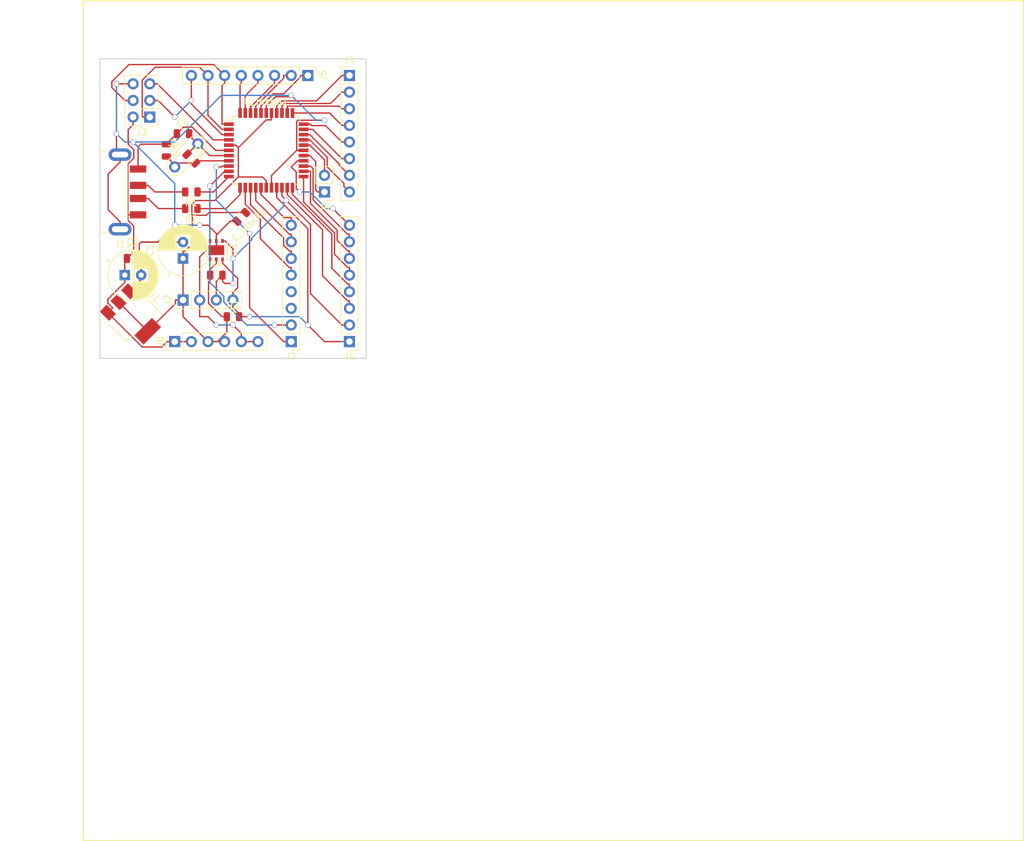
<source format=kicad_pcb>
(kicad_pcb (version 20171130) (host pcbnew 5.0.1)

  (general
    (thickness 1.6)
    (drawings 8)
    (tracks 403)
    (zones 0)
    (modules 24)
    (nets 43)
  )

  (page A4)
  (layers
    (0 F.Cu signal)
    (31 B.Cu signal)
    (32 B.Adhes user)
    (33 F.Adhes user)
    (34 B.Paste user)
    (35 F.Paste user)
    (36 B.SilkS user)
    (37 F.SilkS user)
    (38 B.Mask user)
    (39 F.Mask user)
    (40 Dwgs.User user)
    (41 Cmts.User user)
    (42 Eco1.User user)
    (43 Eco2.User user)
    (44 Edge.Cuts user)
    (45 Margin user)
    (46 B.CrtYd user)
    (47 F.CrtYd user)
    (48 B.Fab user)
    (49 F.Fab user)
  )

  (setup
    (last_trace_width 0.2)
    (trace_clearance 0.2)
    (zone_clearance 0.508)
    (zone_45_only no)
    (trace_min 0.2)
    (segment_width 0.2)
    (edge_width 0.15)
    (via_size 0.8)
    (via_drill 0.7)
    (via_min_size 0.7)
    (via_min_drill 0.6)
    (uvia_size 0.7)
    (uvia_drill 0.1)
    (uvias_allowed no)
    (uvia_min_size 0.2)
    (uvia_min_drill 0.1)
    (pcb_text_width 0.3)
    (pcb_text_size 1.5 1.5)
    (mod_edge_width 0.15)
    (mod_text_size 1 1)
    (mod_text_width 0.15)
    (pad_size 1.524 1.524)
    (pad_drill 0.762)
    (pad_to_mask_clearance 0.051)
    (solder_mask_min_width 0.25)
    (aux_axis_origin 0 0)
    (visible_elements FFFFFF7F)
    (pcbplotparams
      (layerselection 0x010fc_ffffffff)
      (usegerberextensions false)
      (usegerberattributes false)
      (usegerberadvancedattributes false)
      (creategerberjobfile false)
      (excludeedgelayer true)
      (linewidth 0.100000)
      (plotframeref false)
      (viasonmask false)
      (mode 1)
      (useauxorigin false)
      (hpglpennumber 1)
      (hpglpenspeed 20)
      (hpglpendiameter 15.000000)
      (psnegative false)
      (psa4output false)
      (plotreference true)
      (plotvalue true)
      (plotinvisibletext false)
      (padsonsilk false)
      (subtractmaskfromsilk false)
      (outputformat 1)
      (mirror false)
      (drillshape 1)
      (scaleselection 1)
      (outputdirectory ""))
  )

  (net 0 "")
  (net 1 +5V)
  (net 2 GNDD)
  (net 3 "Net-(C3-Pad2)")
  (net 4 "Net-(C4-Pad2)")
  (net 5 +3V3)
  (net 6 "Net-(J1-Pad2)")
  (net 7 "Net-(J1-Pad3)")
  (net 8 sda)
  (net 9 scl)
  (net 10 reset)
  (net 11 mosi)
  (net 12 d+)
  (net 13 d-)
  (net 14 miso)
  (net 15 sck)
  (net 16 "Net-(J4-Pad8)")
  (net 17 "Net-(J4-Pad7)")
  (net 18 "Net-(J4-Pad6)")
  (net 19 "Net-(J4-Pad5)")
  (net 20 "Net-(J4-Pad4)")
  (net 21 "Net-(J4-Pad3)")
  (net 22 "Net-(J4-Pad2)")
  (net 23 "Net-(J4-Pad1)")
  (net 24 "Net-(J5-Pad1)")
  (net 25 "Net-(J5-Pad2)")
  (net 26 "Net-(J5-Pad3)")
  (net 27 "Net-(J5-Pad4)")
  (net 28 "Net-(J5-Pad5)")
  (net 29 "Net-(J6-Pad8)")
  (net 30 "Net-(J6-Pad7)")
  (net 31 "Net-(J6-Pad6)")
  (net 32 "Net-(J6-Pad5)")
  (net 33 "Net-(J6-Pad4)")
  (net 34 "Net-(J6-Pad3)")
  (net 35 "Net-(J7-Pad1)")
  (net 36 "Net-(J7-Pad2)")
  (net 37 "Net-(J7-Pad5)")
  (net 38 "Net-(J7-Pad6)")
  (net 39 "Net-(J7-Pad7)")
  (net 40 "Net-(J7-Pad8)")
  (net 41 avcc)
  (net 42 aref)

  (net_class Default "This is the default net class."
    (clearance 0.2)
    (trace_width 0.2)
    (via_dia 0.8)
    (via_drill 0.7)
    (uvia_dia 0.7)
    (uvia_drill 0.1)
    (diff_pair_gap 0.25)
    (diff_pair_width 0.4)
    (add_net +3V3)
    (add_net +5V)
    (add_net GNDD)
    (add_net "Net-(C3-Pad2)")
    (add_net "Net-(C4-Pad2)")
    (add_net "Net-(J1-Pad2)")
    (add_net "Net-(J1-Pad3)")
    (add_net "Net-(J4-Pad1)")
    (add_net "Net-(J4-Pad2)")
    (add_net "Net-(J4-Pad3)")
    (add_net "Net-(J4-Pad4)")
    (add_net "Net-(J4-Pad5)")
    (add_net "Net-(J4-Pad6)")
    (add_net "Net-(J4-Pad7)")
    (add_net "Net-(J4-Pad8)")
    (add_net "Net-(J5-Pad1)")
    (add_net "Net-(J5-Pad2)")
    (add_net "Net-(J5-Pad3)")
    (add_net "Net-(J5-Pad4)")
    (add_net "Net-(J5-Pad5)")
    (add_net "Net-(J6-Pad3)")
    (add_net "Net-(J6-Pad4)")
    (add_net "Net-(J6-Pad5)")
    (add_net "Net-(J6-Pad6)")
    (add_net "Net-(J6-Pad7)")
    (add_net "Net-(J6-Pad8)")
    (add_net "Net-(J7-Pad1)")
    (add_net "Net-(J7-Pad2)")
    (add_net "Net-(J7-Pad5)")
    (add_net "Net-(J7-Pad6)")
    (add_net "Net-(J7-Pad7)")
    (add_net "Net-(J7-Pad8)")
    (add_net aref)
    (add_net avcc)
    (add_net d+)
    (add_net d-)
    (add_net miso)
    (add_net mosi)
    (add_net reset)
    (add_net sck)
    (add_net scl)
    (add_net sda)
  )

  (module Connector_PinHeader_2.54mm:PinHeader_1x08_P2.54mm_Vertical (layer F.Cu) (tedit 59FED5CC) (tstamp 5C554723)
    (at 49.53 24.13 270)
    (descr "Through hole straight pin header, 1x08, 2.54mm pitch, single row")
    (tags "Through hole pin header THT 1x08 2.54mm single row")
    (path /5C56DB64)
    (fp_text reference J5 (at 0 -2.33 270) (layer F.SilkS)
      (effects (font (size 1 1) (thickness 0.15)))
    )
    (fp_text value PB (at 0 20.11 270) (layer F.Fab)
      (effects (font (size 1 1) (thickness 0.15)))
    )
    (fp_line (start -0.635 -1.27) (end 1.27 -1.27) (layer F.Fab) (width 0.1))
    (fp_line (start 1.27 -1.27) (end 1.27 19.05) (layer F.Fab) (width 0.1))
    (fp_line (start 1.27 19.05) (end -1.27 19.05) (layer F.Fab) (width 0.1))
    (fp_line (start -1.27 19.05) (end -1.27 -0.635) (layer F.Fab) (width 0.1))
    (fp_line (start -1.27 -0.635) (end -0.635 -1.27) (layer F.Fab) (width 0.1))
    (fp_line (start -1.33 19.11) (end 1.33 19.11) (layer F.SilkS) (width 0.12))
    (fp_line (start -1.33 1.27) (end -1.33 19.11) (layer F.SilkS) (width 0.12))
    (fp_line (start 1.33 1.27) (end 1.33 19.11) (layer F.SilkS) (width 0.12))
    (fp_line (start -1.33 1.27) (end 1.33 1.27) (layer F.SilkS) (width 0.12))
    (fp_line (start -1.33 0) (end -1.33 -1.33) (layer F.SilkS) (width 0.12))
    (fp_line (start -1.33 -1.33) (end 0 -1.33) (layer F.SilkS) (width 0.12))
    (fp_line (start -1.8 -1.8) (end -1.8 19.55) (layer F.CrtYd) (width 0.05))
    (fp_line (start -1.8 19.55) (end 1.8 19.55) (layer F.CrtYd) (width 0.05))
    (fp_line (start 1.8 19.55) (end 1.8 -1.8) (layer F.CrtYd) (width 0.05))
    (fp_line (start 1.8 -1.8) (end -1.8 -1.8) (layer F.CrtYd) (width 0.05))
    (fp_text user %R (at 0 8.89) (layer F.Fab)
      (effects (font (size 1 1) (thickness 0.15)))
    )
    (pad 1 thru_hole rect (at 0 0 270) (size 1.7 1.7) (drill 1) (layers *.Cu *.Mask)
      (net 24 "Net-(J5-Pad1)"))
    (pad 2 thru_hole oval (at 0 2.54 270) (size 1.7 1.7) (drill 1) (layers *.Cu *.Mask)
      (net 25 "Net-(J5-Pad2)"))
    (pad 3 thru_hole oval (at 0 5.08 270) (size 1.7 1.7) (drill 1) (layers *.Cu *.Mask)
      (net 26 "Net-(J5-Pad3)"))
    (pad 4 thru_hole oval (at 0 7.62 270) (size 1.7 1.7) (drill 1) (layers *.Cu *.Mask)
      (net 27 "Net-(J5-Pad4)"))
    (pad 5 thru_hole oval (at 0 10.16 270) (size 1.7 1.7) (drill 1) (layers *.Cu *.Mask)
      (net 28 "Net-(J5-Pad5)"))
    (pad 6 thru_hole oval (at 0 12.7 270) (size 1.7 1.7) (drill 1) (layers *.Cu *.Mask)
      (net 11 mosi))
    (pad 7 thru_hole oval (at 0 15.24 270) (size 1.7 1.7) (drill 1) (layers *.Cu *.Mask)
      (net 14 miso))
    (pad 8 thru_hole oval (at 0 17.78 270) (size 1.7 1.7) (drill 1) (layers *.Cu *.Mask)
      (net 15 sck))
    (model ${KISYS3DMOD}/Connector_PinHeader_2.54mm.3dshapes/PinHeader_1x08_P2.54mm_Vertical.wrl
      (at (xyz 0 0 0))
      (scale (xyz 1 1 1))
      (rotate (xyz 0 0 0))
    )
  )

  (module Connector_USB:USB_A_CNCTech_1001-011-01101_Horizontal (layer F.Cu) (tedit 5AFEF547) (tstamp 5C67C9D5)
    (at 13.97 41.91 180)
    (descr http://cnctech.us/pdfs/1001-011-01101.pdf)
    (tags USB-A)
    (path /5C512A90)
    (attr smd)
    (fp_text reference J1 (at -6.9 -8 180) (layer F.SilkS)
      (effects (font (size 1 1) (thickness 0.15)))
    )
    (fp_text value USB_A (at 0 8) (layer F.Fab)
      (effects (font (size 1 1) (thickness 0.15)))
    )
    (fp_line (start -7.9 6.025) (end -7.9 -6.025) (layer F.Fab) (width 0.1))
    (fp_line (start -7.9 -6.025) (end 10.9 -6.025) (layer F.Fab) (width 0.1))
    (fp_line (start -7.9 6.025) (end 10.9 6.025) (layer F.Fab) (width 0.1))
    (fp_line (start 10.9 6.025) (end 10.9 -6.025) (layer F.Fab) (width 0.1))
    (fp_line (start -10.4 3.75) (end -10.4 3.25) (layer F.Fab) (width 0.1))
    (fp_line (start -10.4 3.25) (end -7.9 3.25) (layer F.Fab) (width 0.1))
    (fp_line (start -10.4 3.75) (end -7.9 3.75) (layer F.Fab) (width 0.1))
    (fp_line (start -10.4 0.75) (end -7.9 0.75) (layer F.Fab) (width 0.1))
    (fp_line (start -10.4 1.25) (end -10.4 0.75) (layer F.Fab) (width 0.1))
    (fp_line (start -10.4 1.25) (end -7.9 1.25) (layer F.Fab) (width 0.1))
    (fp_line (start -10.4 -0.75) (end -10.4 -1.25) (layer F.Fab) (width 0.1))
    (fp_line (start -10.4 -0.75) (end -7.9 -0.75) (layer F.Fab) (width 0.1))
    (fp_line (start -10.4 -1.25) (end -7.9 -1.25) (layer F.Fab) (width 0.1))
    (fp_line (start -10.4 -3.75) (end -7.9 -3.75) (layer F.Fab) (width 0.1))
    (fp_line (start -10.4 -3.25) (end -10.4 -3.75) (layer F.Fab) (width 0.1))
    (fp_line (start -10.4 -3.25) (end -7.9 -3.25) (layer F.Fab) (width 0.1))
    (fp_circle (center -6.9 -2.3) (end -6.9 -2.8) (layer F.Fab) (width 0.1))
    (fp_circle (center -6.9 2.3) (end -6.9 2.8) (layer F.Fab) (width 0.1))
    (fp_line (start -8.02 -4.4) (end -8.02 4.4) (layer F.SilkS) (width 0.12))
    (fp_line (start -3.8 6.025) (end -3.8 -6.025) (layer Dwgs.User) (width 0.1))
    (fp_text user "PCB Edge" (at -4.55 -0.05 270) (layer Dwgs.User)
      (effects (font (size 0.6 0.6) (thickness 0.09)))
    )
    (fp_line (start -4.85 -6.145) (end -3.8 -6.145) (layer F.SilkS) (width 0.12))
    (fp_line (start -4.85 6.145) (end -3.8 6.145) (layer F.SilkS) (width 0.12))
    (fp_line (start -11.4 4.55) (end -11.4 -4.55) (layer F.CrtYd) (width 0.05))
    (fp_line (start -11.4 -4.55) (end -9.15 -4.55) (layer F.CrtYd) (width 0.05))
    (fp_line (start -9.15 -7.15) (end -9.15 -4.55) (layer F.CrtYd) (width 0.05))
    (fp_line (start -9.15 -7.15) (end -4.65 -7.15) (layer F.CrtYd) (width 0.05))
    (fp_line (start -4.65 -6.52) (end -4.65 -7.15) (layer F.CrtYd) (width 0.05))
    (fp_line (start -4.65 -6.52) (end 11.4 -6.52) (layer F.CrtYd) (width 0.05))
    (fp_line (start 11.4 6.52) (end 11.4 -6.52) (layer F.CrtYd) (width 0.05))
    (fp_text user %R (at -6 0 270) (layer F.Fab)
      (effects (font (size 1 1) (thickness 0.15)))
    )
    (fp_line (start -4.65 6.52) (end 11.4 6.52) (layer F.CrtYd) (width 0.05))
    (fp_line (start -4.65 7.15) (end -4.65 6.52) (layer F.CrtYd) (width 0.05))
    (fp_line (start -9.15 7.15) (end -4.65 7.15) (layer F.CrtYd) (width 0.05))
    (fp_line (start -9.15 4.55) (end -9.15 7.15) (layer F.CrtYd) (width 0.05))
    (fp_line (start -11.4 4.55) (end -9.15 4.55) (layer F.CrtYd) (width 0.05))
    (pad 2 smd rect (at -9.65 -1 180) (size 2.5 1.1) (layers F.Cu F.Paste F.Mask)
      (net 6 "Net-(J1-Pad2)"))
    (pad 3 smd rect (at -9.65 1 180) (size 2.5 1.1) (layers F.Cu F.Paste F.Mask)
      (net 7 "Net-(J1-Pad3)"))
    (pad 1 smd rect (at -9.65 -3.5 180) (size 2.5 1.1) (layers F.Cu F.Paste F.Mask)
      (net 1 +5V))
    (pad 4 smd rect (at -9.65 3.5 180) (size 2.5 1.1) (layers F.Cu F.Paste F.Mask)
      (net 2 GNDD))
    (pad 5 thru_hole oval (at -6.9 -5.7 180) (size 3.5 1.9) (drill oval 2.5 0.9) (layers *.Cu *.Mask)
      (net 2 GNDD))
    (pad 5 thru_hole oval (at -6.9 5.7 180) (size 3.5 1.9) (drill oval 2.5 0.9) (layers *.Cu *.Mask)
      (net 2 GNDD))
    (pad "" np_thru_hole circle (at -6.9 -2.3 180) (size 1.1 1.1) (drill 1.1) (layers *.Cu *.Mask))
    (pad "" np_thru_hole circle (at -6.9 2.3 180) (size 1.1 1.1) (drill 1.1) (layers *.Cu *.Mask))
    (model ${KISYS3DMOD}/Connector_USB.3dshapes/USB_A_CNCTech_1001-011-01101_Horizontal.wrl
      (at (xyz 0 0 0))
      (scale (xyz 1 1 1))
      (rotate (xyz 0 0 0))
    )
  )

  (module Capacitor_SMD:C_0805_2012Metric (layer F.Cu) (tedit 5B36C52B) (tstamp 5C62325C)
    (at 27.94 35.56 270)
    (descr "Capacitor SMD 0805 (2012 Metric), square (rectangular) end terminal, IPC_7351 nominal, (Body size source: https://docs.google.com/spreadsheets/d/1BsfQQcO9C6DZCsRaXUlFlo91Tg2WpOkGARC1WS5S8t0/edit?usp=sharing), generated with kicad-footprint-generator")
    (tags capacitor)
    (path /5C471C3D)
    (attr smd)
    (fp_text reference C3 (at 0 -1.65 270) (layer F.SilkS)
      (effects (font (size 1 1) (thickness 0.15)))
    )
    (fp_text value C (at 0 1.65 270) (layer F.Fab)
      (effects (font (size 1 1) (thickness 0.15)))
    )
    (fp_text user %R (at 0 0 270) (layer F.Fab)
      (effects (font (size 0.5 0.5) (thickness 0.08)))
    )
    (fp_line (start 1.68 0.95) (end -1.68 0.95) (layer F.CrtYd) (width 0.05))
    (fp_line (start 1.68 -0.95) (end 1.68 0.95) (layer F.CrtYd) (width 0.05))
    (fp_line (start -1.68 -0.95) (end 1.68 -0.95) (layer F.CrtYd) (width 0.05))
    (fp_line (start -1.68 0.95) (end -1.68 -0.95) (layer F.CrtYd) (width 0.05))
    (fp_line (start -0.258578 0.71) (end 0.258578 0.71) (layer F.SilkS) (width 0.12))
    (fp_line (start -0.258578 -0.71) (end 0.258578 -0.71) (layer F.SilkS) (width 0.12))
    (fp_line (start 1 0.6) (end -1 0.6) (layer F.Fab) (width 0.1))
    (fp_line (start 1 -0.6) (end 1 0.6) (layer F.Fab) (width 0.1))
    (fp_line (start -1 -0.6) (end 1 -0.6) (layer F.Fab) (width 0.1))
    (fp_line (start -1 0.6) (end -1 -0.6) (layer F.Fab) (width 0.1))
    (pad 2 smd roundrect (at 0.9375 0 270) (size 0.975 1.4) (layers F.Cu F.Paste F.Mask) (roundrect_rratio 0.25)
      (net 3 "Net-(C3-Pad2)"))
    (pad 1 smd roundrect (at -0.9375 0 270) (size 0.975 1.4) (layers F.Cu F.Paste F.Mask) (roundrect_rratio 0.25)
      (net 2 GNDD))
    (model ${KISYS3DMOD}/Capacitor_SMD.3dshapes/C_0805_2012Metric.wrl
      (at (xyz 0 0 0))
      (scale (xyz 1 1 1))
      (rotate (xyz 0 0 0))
    )
  )

  (module Capacitor_SMD:C_0805_2012Metric (layer F.Cu) (tedit 5B36C52B) (tstamp 5C62324C)
    (at 30.48 33.02)
    (descr "Capacitor SMD 0805 (2012 Metric), square (rectangular) end terminal, IPC_7351 nominal, (Body size source: https://docs.google.com/spreadsheets/d/1BsfQQcO9C6DZCsRaXUlFlo91Tg2WpOkGARC1WS5S8t0/edit?usp=sharing), generated with kicad-footprint-generator")
    (tags capacitor)
    (path /5C471D3D)
    (attr smd)
    (fp_text reference C4 (at 0 -1.65) (layer F.SilkS)
      (effects (font (size 1 1) (thickness 0.15)))
    )
    (fp_text value C (at 0 1.65) (layer F.Fab)
      (effects (font (size 1 1) (thickness 0.15)))
    )
    (fp_line (start -1 0.6) (end -1 -0.6) (layer F.Fab) (width 0.1))
    (fp_line (start -1 -0.6) (end 1 -0.6) (layer F.Fab) (width 0.1))
    (fp_line (start 1 -0.6) (end 1 0.6) (layer F.Fab) (width 0.1))
    (fp_line (start 1 0.6) (end -1 0.6) (layer F.Fab) (width 0.1))
    (fp_line (start -0.258578 -0.71) (end 0.258578 -0.71) (layer F.SilkS) (width 0.12))
    (fp_line (start -0.258578 0.71) (end 0.258578 0.71) (layer F.SilkS) (width 0.12))
    (fp_line (start -1.68 0.95) (end -1.68 -0.95) (layer F.CrtYd) (width 0.05))
    (fp_line (start -1.68 -0.95) (end 1.68 -0.95) (layer F.CrtYd) (width 0.05))
    (fp_line (start 1.68 -0.95) (end 1.68 0.95) (layer F.CrtYd) (width 0.05))
    (fp_line (start 1.68 0.95) (end -1.68 0.95) (layer F.CrtYd) (width 0.05))
    (fp_text user %R (at 0 0) (layer F.Fab)
      (effects (font (size 0.5 0.5) (thickness 0.08)))
    )
    (pad 1 smd roundrect (at -0.9375 0) (size 0.975 1.4) (layers F.Cu F.Paste F.Mask) (roundrect_rratio 0.25)
      (net 2 GNDD))
    (pad 2 smd roundrect (at 0.9375 0) (size 0.975 1.4) (layers F.Cu F.Paste F.Mask) (roundrect_rratio 0.25)
      (net 4 "Net-(C4-Pad2)"))
    (model ${KISYS3DMOD}/Capacitor_SMD.3dshapes/C_0805_2012Metric.wrl
      (at (xyz 0 0 0))
      (scale (xyz 1 1 1))
      (rotate (xyz 0 0 0))
    )
  )

  (module Capacitor_SMD:C_0805_2012Metric (layer F.Cu) (tedit 5B36C52B) (tstamp 5C62324B)
    (at 39.37 45.72 225)
    (descr "Capacitor SMD 0805 (2012 Metric), square (rectangular) end terminal, IPC_7351 nominal, (Body size source: https://docs.google.com/spreadsheets/d/1BsfQQcO9C6DZCsRaXUlFlo91Tg2WpOkGARC1WS5S8t0/edit?usp=sharing), generated with kicad-footprint-generator")
    (tags capacitor)
    (path /5C52AE3B)
    (attr smd)
    (fp_text reference C_block1 (at 0 -1.65 225) (layer F.SilkS)
      (effects (font (size 1 1) (thickness 0.15)))
    )
    (fp_text value C (at 0 1.65 225) (layer F.Fab)
      (effects (font (size 1 1) (thickness 0.15)))
    )
    (fp_text user %R (at 0 0 225) (layer F.Fab)
      (effects (font (size 0.5 0.5) (thickness 0.08)))
    )
    (fp_line (start 1.68 0.95) (end -1.68 0.95) (layer F.CrtYd) (width 0.05))
    (fp_line (start 1.68 -0.95) (end 1.68 0.95) (layer F.CrtYd) (width 0.05))
    (fp_line (start -1.68 -0.95) (end 1.68 -0.95) (layer F.CrtYd) (width 0.05))
    (fp_line (start -1.68 0.95) (end -1.68 -0.95) (layer F.CrtYd) (width 0.05))
    (fp_line (start -0.258578 0.71) (end 0.258578 0.71) (layer F.SilkS) (width 0.12))
    (fp_line (start -0.258578 -0.71) (end 0.258578 -0.71) (layer F.SilkS) (width 0.12))
    (fp_line (start 1 0.6) (end -1 0.6) (layer F.Fab) (width 0.1))
    (fp_line (start 1 -0.6) (end 1 0.6) (layer F.Fab) (width 0.1))
    (fp_line (start -1 -0.6) (end 1 -0.6) (layer F.Fab) (width 0.1))
    (fp_line (start -1 0.6) (end -1 -0.6) (layer F.Fab) (width 0.1))
    (pad 2 smd roundrect (at 0.937501 0 225) (size 0.975 1.4) (layers F.Cu F.Paste F.Mask) (roundrect_rratio 0.25)
      (net 2 GNDD))
    (pad 1 smd roundrect (at -0.937501 0 225) (size 0.975 1.4) (layers F.Cu F.Paste F.Mask) (roundrect_rratio 0.25)
      (net 5 +3V3))
    (model ${KISYS3DMOD}/Capacitor_SMD.3dshapes/C_0805_2012Metric.wrl
      (at (xyz 0 0 0))
      (scale (xyz 1 1 1))
      (rotate (xyz 0 0 0))
    )
  )

  (module Capacitor_SMD:C_0805_2012Metric (layer F.Cu) (tedit 5B36C52B) (tstamp 5C62322B)
    (at 22.86 52.07)
    (descr "Capacitor SMD 0805 (2012 Metric), square (rectangular) end terminal, IPC_7351 nominal, (Body size source: https://docs.google.com/spreadsheets/d/1BsfQQcO9C6DZCsRaXUlFlo91Tg2WpOkGARC1WS5S8t0/edit?usp=sharing), generated with kicad-footprint-generator")
    (tags capacitor)
    (path /5C52ADAE)
    (attr smd)
    (fp_text reference C1 (at 0 -1.65) (layer F.SilkS)
      (effects (font (size 1 1) (thickness 0.15)))
    )
    (fp_text value C (at 0 1.65) (layer F.Fab)
      (effects (font (size 1 1) (thickness 0.15)))
    )
    (fp_line (start -1 0.6) (end -1 -0.6) (layer F.Fab) (width 0.1))
    (fp_line (start -1 -0.6) (end 1 -0.6) (layer F.Fab) (width 0.1))
    (fp_line (start 1 -0.6) (end 1 0.6) (layer F.Fab) (width 0.1))
    (fp_line (start 1 0.6) (end -1 0.6) (layer F.Fab) (width 0.1))
    (fp_line (start -0.258578 -0.71) (end 0.258578 -0.71) (layer F.SilkS) (width 0.12))
    (fp_line (start -0.258578 0.71) (end 0.258578 0.71) (layer F.SilkS) (width 0.12))
    (fp_line (start -1.68 0.95) (end -1.68 -0.95) (layer F.CrtYd) (width 0.05))
    (fp_line (start -1.68 -0.95) (end 1.68 -0.95) (layer F.CrtYd) (width 0.05))
    (fp_line (start 1.68 -0.95) (end 1.68 0.95) (layer F.CrtYd) (width 0.05))
    (fp_line (start 1.68 0.95) (end -1.68 0.95) (layer F.CrtYd) (width 0.05))
    (fp_text user %R (at 0 0) (layer F.Fab)
      (effects (font (size 0.5 0.5) (thickness 0.08)))
    )
    (pad 1 smd roundrect (at -0.9375 0) (size 0.975 1.4) (layers F.Cu F.Paste F.Mask) (roundrect_rratio 0.25)
      (net 1 +5V))
    (pad 2 smd roundrect (at 0.9375 0) (size 0.975 1.4) (layers F.Cu F.Paste F.Mask) (roundrect_rratio 0.25)
      (net 2 GNDD))
    (model ${KISYS3DMOD}/Capacitor_SMD.3dshapes/C_0805_2012Metric.wrl
      (at (xyz 0 0 0))
      (scale (xyz 1 1 1))
      (rotate (xyz 0 0 0))
    )
  )

  (module Connector_PinHeader_2.54mm:PinHeader_1x04_P2.54mm_Vertical (layer F.Cu) (tedit 59FED5CC) (tstamp 5C622F8C)
    (at 30.48 58.42 90)
    (descr "Through hole straight pin header, 1x04, 2.54mm pitch, single row")
    (tags "Through hole pin header THT 1x04 2.54mm single row")
    (path /5C46AFC5)
    (fp_text reference J2 (at 0 -2.33 90) (layer F.SilkS)
      (effects (font (size 1 1) (thickness 0.15)))
    )
    (fp_text value Conn_01x04_Female (at -3.81 5.08 180) (layer F.Fab)
      (effects (font (size 1 1) (thickness 0.15)))
    )
    (fp_line (start -0.635 -1.27) (end 1.27 -1.27) (layer F.Fab) (width 0.1))
    (fp_line (start 1.27 -1.27) (end 1.27 8.89) (layer F.Fab) (width 0.1))
    (fp_line (start 1.27 8.89) (end -1.27 8.89) (layer F.Fab) (width 0.1))
    (fp_line (start -1.27 8.89) (end -1.27 -0.635) (layer F.Fab) (width 0.1))
    (fp_line (start -1.27 -0.635) (end -0.635 -1.27) (layer F.Fab) (width 0.1))
    (fp_line (start -1.33 8.95) (end 1.33 8.95) (layer F.SilkS) (width 0.12))
    (fp_line (start -1.33 1.27) (end -1.33 8.95) (layer F.SilkS) (width 0.12))
    (fp_line (start 1.33 1.27) (end 1.33 8.95) (layer F.SilkS) (width 0.12))
    (fp_line (start -1.33 1.27) (end 1.33 1.27) (layer F.SilkS) (width 0.12))
    (fp_line (start -1.33 0) (end -1.33 -1.33) (layer F.SilkS) (width 0.12))
    (fp_line (start -1.33 -1.33) (end 0 -1.33) (layer F.SilkS) (width 0.12))
    (fp_line (start -1.8 -1.8) (end -1.8 9.4) (layer F.CrtYd) (width 0.05))
    (fp_line (start -1.8 9.4) (end 1.8 9.4) (layer F.CrtYd) (width 0.05))
    (fp_line (start 1.8 9.4) (end 1.8 -1.8) (layer F.CrtYd) (width 0.05))
    (fp_line (start 1.8 -1.8) (end -1.8 -1.8) (layer F.CrtYd) (width 0.05))
    (fp_text user %R (at 0 3.81 180) (layer F.Fab)
      (effects (font (size 1 1) (thickness 0.15)))
    )
    (pad 1 thru_hole rect (at 0 0 90) (size 1.7 1.7) (drill 1) (layers *.Cu *.Mask)
      (net 5 +3V3))
    (pad 2 thru_hole oval (at 0 2.54 90) (size 1.7 1.7) (drill 1) (layers *.Cu *.Mask)
      (net 2 GNDD))
    (pad 3 thru_hole oval (at 0 5.08 90) (size 1.7 1.7) (drill 1) (layers *.Cu *.Mask)
      (net 8 sda))
    (pad 4 thru_hole oval (at 0 7.62 90) (size 1.7 1.7) (drill 1) (layers *.Cu *.Mask)
      (net 9 scl))
    (model ${KISYS3DMOD}/Connector_PinHeader_2.54mm.3dshapes/PinHeader_1x04_P2.54mm_Vertical.wrl
      (at (xyz 0 0 0))
      (scale (xyz 1 1 1))
      (rotate (xyz 0 0 0))
    )
  )

  (module Crystal:Resonator-2Pin_W7.0mm_H2.5mm (layer F.Cu) (tedit 5A0FD1B2) (tstamp 5C622EF9)
    (at 29.21 38.1 45)
    (descr "Ceramic Resomator/Filter 7.0x2.5mm^2, length*width=7.0x2.5mm^2 package, package length=7.0mm, package width=2.5mm, 2 pins")
    (tags "THT ceramic resonator filter")
    (path /5C471B5F)
    (fp_text reference Y1 (at 2.5 -2.45 45) (layer F.SilkS)
      (effects (font (size 1 1) (thickness 0.15)))
    )
    (fp_text value Crystal (at 2.5 2.45 45) (layer F.Fab)
      (effects (font (size 1 1) (thickness 0.15)))
    )
    (fp_text user %R (at 2.5 0 45) (layer F.Fab)
      (effects (font (size 1 1) (thickness 0.15)))
    )
    (fp_line (start 0.25 -1.25) (end 4.75 -1.25) (layer F.Fab) (width 0.1))
    (fp_line (start 0.25 1.25) (end 4.75 1.25) (layer F.Fab) (width 0.1))
    (fp_line (start 0.25 -1.25) (end 4.75 -1.25) (layer F.Fab) (width 0.1))
    (fp_line (start 0.25 1.25) (end 4.75 1.25) (layer F.Fab) (width 0.1))
    (fp_line (start 0.25 -1.45) (end 4.75 -1.45) (layer F.SilkS) (width 0.12))
    (fp_line (start 0.25 1.45) (end 4.75 1.45) (layer F.SilkS) (width 0.12))
    (fp_line (start -1.5 -1.7) (end -1.5 1.7) (layer F.CrtYd) (width 0.05))
    (fp_line (start -1.5 1.7) (end 6.5 1.7) (layer F.CrtYd) (width 0.05))
    (fp_line (start 6.5 1.7) (end 6.5 -1.7) (layer F.CrtYd) (width 0.05))
    (fp_line (start 6.5 -1.7) (end -1.5 -1.7) (layer F.CrtYd) (width 0.05))
    (fp_arc (start 0.25 0) (end 0.25 -1.25) (angle -180) (layer F.Fab) (width 0.1))
    (fp_arc (start 4.75 0) (end 4.75 -1.25) (angle 180) (layer F.Fab) (width 0.1))
    (fp_arc (start 0.25 0) (end 0.25 -1.25) (angle -180) (layer F.Fab) (width 0.1))
    (fp_arc (start 4.75 0) (end 4.75 -1.25) (angle 180) (layer F.Fab) (width 0.1))
    (fp_arc (start 0.25 0) (end 0.25 -1.45) (angle -180) (layer F.SilkS) (width 0.12))
    (fp_arc (start 4.75 0) (end 4.75 -1.45) (angle 180) (layer F.SilkS) (width 0.12))
    (pad 1 thru_hole circle (at 0 0 45) (size 1.7 1.7) (drill 1) (layers *.Cu *.Mask)
      (net 3 "Net-(C3-Pad2)"))
    (pad 2 thru_hole circle (at 5 0 45) (size 1.7 1.7) (drill 1) (layers *.Cu *.Mask)
      (net 4 "Net-(C4-Pad2)"))
    (model ${KISYS3DMOD}/Crystal.3dshapes/Resonator-2Pin_W7.0mm_H2.5mm.wrl
      (at (xyz 0 0 0))
      (scale (xyz 1 1 1))
      (rotate (xyz 0 0 0))
    )
  )

  (module Package_QFP:TQFP-44_10x10mm_P0.8mm (layer F.Cu) (tedit 5A02F146) (tstamp 5C622EF8)
    (at 43.18 35.56)
    (descr "44-Lead Plastic Thin Quad Flatpack (PT) - 10x10x1.0 mm Body [TQFP] (see Microchip Packaging Specification 00000049BS.pdf)")
    (tags "QFP 0.8")
    (path /5C5502E0)
    (attr smd)
    (fp_text reference U_mega1 (at 0 -7.45) (layer F.SilkS)
      (effects (font (size 1 1) (thickness 0.15)))
    )
    (fp_text value ATmega16-16AU (at 0 7.45) (layer F.Fab)
      (effects (font (size 1 1) (thickness 0.15)))
    )
    (fp_text user %R (at 0 0) (layer F.Fab)
      (effects (font (size 1 1) (thickness 0.15)))
    )
    (fp_line (start -4 -5) (end 5 -5) (layer F.Fab) (width 0.15))
    (fp_line (start 5 -5) (end 5 5) (layer F.Fab) (width 0.15))
    (fp_line (start 5 5) (end -5 5) (layer F.Fab) (width 0.15))
    (fp_line (start -5 5) (end -5 -4) (layer F.Fab) (width 0.15))
    (fp_line (start -5 -4) (end -4 -5) (layer F.Fab) (width 0.15))
    (fp_line (start -6.7 -6.7) (end -6.7 6.7) (layer F.CrtYd) (width 0.05))
    (fp_line (start 6.7 -6.7) (end 6.7 6.7) (layer F.CrtYd) (width 0.05))
    (fp_line (start -6.7 -6.7) (end 6.7 -6.7) (layer F.CrtYd) (width 0.05))
    (fp_line (start -6.7 6.7) (end 6.7 6.7) (layer F.CrtYd) (width 0.05))
    (fp_line (start -5.175 -5.175) (end -5.175 -4.6) (layer F.SilkS) (width 0.15))
    (fp_line (start 5.175 -5.175) (end 5.175 -4.5) (layer F.SilkS) (width 0.15))
    (fp_line (start 5.175 5.175) (end 5.175 4.5) (layer F.SilkS) (width 0.15))
    (fp_line (start -5.175 5.175) (end -5.175 4.5) (layer F.SilkS) (width 0.15))
    (fp_line (start -5.175 -5.175) (end -4.5 -5.175) (layer F.SilkS) (width 0.15))
    (fp_line (start -5.175 5.175) (end -4.5 5.175) (layer F.SilkS) (width 0.15))
    (fp_line (start 5.175 5.175) (end 4.5 5.175) (layer F.SilkS) (width 0.15))
    (fp_line (start 5.175 -5.175) (end 4.5 -5.175) (layer F.SilkS) (width 0.15))
    (fp_line (start -5.175 -4.6) (end -6.45 -4.6) (layer F.SilkS) (width 0.15))
    (pad 1 smd rect (at -5.7 -4) (size 1.5 0.55) (layers F.Cu F.Paste F.Mask)
      (net 11 mosi))
    (pad 2 smd rect (at -5.7 -3.2) (size 1.5 0.55) (layers F.Cu F.Paste F.Mask)
      (net 14 miso))
    (pad 3 smd rect (at -5.7 -2.4) (size 1.5 0.55) (layers F.Cu F.Paste F.Mask)
      (net 15 sck))
    (pad 4 smd rect (at -5.7 -1.6) (size 1.5 0.55) (layers F.Cu F.Paste F.Mask)
      (net 10 reset))
    (pad 5 smd rect (at -5.7 -0.8) (size 1.5 0.55) (layers F.Cu F.Paste F.Mask)
      (net 5 +3V3))
    (pad 6 smd rect (at -5.7 0) (size 1.5 0.55) (layers F.Cu F.Paste F.Mask)
      (net 2 GNDD))
    (pad 7 smd rect (at -5.7 0.8) (size 1.5 0.55) (layers F.Cu F.Paste F.Mask)
      (net 4 "Net-(C4-Pad2)"))
    (pad 8 smd rect (at -5.7 1.6) (size 1.5 0.55) (layers F.Cu F.Paste F.Mask)
      (net 3 "Net-(C3-Pad2)"))
    (pad 9 smd rect (at -5.7 2.4) (size 1.5 0.55) (layers F.Cu F.Paste F.Mask)
      (net 35 "Net-(J7-Pad1)"))
    (pad 10 smd rect (at -5.7 3.2) (size 1.5 0.55) (layers F.Cu F.Paste F.Mask)
      (net 36 "Net-(J7-Pad2)"))
    (pad 11 smd rect (at -5.7 4) (size 1.5 0.55) (layers F.Cu F.Paste F.Mask)
      (net 12 d+))
    (pad 12 smd rect (at -4 5.7 90) (size 1.5 0.55) (layers F.Cu F.Paste F.Mask)
      (net 13 d-))
    (pad 13 smd rect (at -3.2 5.7 90) (size 1.5 0.55) (layers F.Cu F.Paste F.Mask)
      (net 37 "Net-(J7-Pad5)"))
    (pad 14 smd rect (at -2.4 5.7 90) (size 1.5 0.55) (layers F.Cu F.Paste F.Mask)
      (net 38 "Net-(J7-Pad6)"))
    (pad 15 smd rect (at -1.6 5.7 90) (size 1.5 0.55) (layers F.Cu F.Paste F.Mask)
      (net 39 "Net-(J7-Pad7)"))
    (pad 16 smd rect (at -0.8 5.7 90) (size 1.5 0.55) (layers F.Cu F.Paste F.Mask)
      (net 40 "Net-(J7-Pad8)"))
    (pad 17 smd rect (at 0 5.7 90) (size 1.5 0.55) (layers F.Cu F.Paste F.Mask)
      (net 5 +3V3))
    (pad 18 smd rect (at 0.8 5.7 90) (size 1.5 0.55) (layers F.Cu F.Paste F.Mask)
      (net 2 GNDD))
    (pad 19 smd rect (at 1.6 5.7 90) (size 1.5 0.55) (layers F.Cu F.Paste F.Mask)
      (net 9 scl))
    (pad 20 smd rect (at 2.4 5.7 90) (size 1.5 0.55) (layers F.Cu F.Paste F.Mask)
      (net 8 sda))
    (pad 21 smd rect (at 3.2 5.7 90) (size 1.5 0.55) (layers F.Cu F.Paste F.Mask)
      (net 34 "Net-(J6-Pad3)"))
    (pad 22 smd rect (at 4 5.7 90) (size 1.5 0.55) (layers F.Cu F.Paste F.Mask)
      (net 33 "Net-(J6-Pad4)"))
    (pad 23 smd rect (at 5.7 4) (size 1.5 0.55) (layers F.Cu F.Paste F.Mask)
      (net 32 "Net-(J6-Pad5)"))
    (pad 24 smd rect (at 5.7 3.2) (size 1.5 0.55) (layers F.Cu F.Paste F.Mask)
      (net 31 "Net-(J6-Pad6)"))
    (pad 25 smd rect (at 5.7 2.4) (size 1.5 0.55) (layers F.Cu F.Paste F.Mask)
      (net 30 "Net-(J6-Pad7)"))
    (pad 26 smd rect (at 5.7 1.6) (size 1.5 0.55) (layers F.Cu F.Paste F.Mask)
      (net 29 "Net-(J6-Pad8)"))
    (pad 27 smd rect (at 5.7 0.8) (size 1.5 0.55) (layers F.Cu F.Paste F.Mask)
      (net 41 avcc))
    (pad 28 smd rect (at 5.7 0) (size 1.5 0.55) (layers F.Cu F.Paste F.Mask)
      (net 2 GNDD))
    (pad 29 smd rect (at 5.7 -0.8) (size 1.5 0.55) (layers F.Cu F.Paste F.Mask)
      (net 42 aref))
    (pad 30 smd rect (at 5.7 -1.6) (size 1.5 0.55) (layers F.Cu F.Paste F.Mask)
      (net 16 "Net-(J4-Pad8)"))
    (pad 31 smd rect (at 5.7 -2.4) (size 1.5 0.55) (layers F.Cu F.Paste F.Mask)
      (net 17 "Net-(J4-Pad7)"))
    (pad 32 smd rect (at 5.7 -3.2) (size 1.5 0.55) (layers F.Cu F.Paste F.Mask)
      (net 18 "Net-(J4-Pad6)"))
    (pad 33 smd rect (at 5.7 -4) (size 1.5 0.55) (layers F.Cu F.Paste F.Mask)
      (net 19 "Net-(J4-Pad5)"))
    (pad 34 smd rect (at 4 -5.7 90) (size 1.5 0.55) (layers F.Cu F.Paste F.Mask)
      (net 20 "Net-(J4-Pad4)"))
    (pad 35 smd rect (at 3.2 -5.7 90) (size 1.5 0.55) (layers F.Cu F.Paste F.Mask)
      (net 21 "Net-(J4-Pad3)"))
    (pad 36 smd rect (at 2.4 -5.7 90) (size 1.5 0.55) (layers F.Cu F.Paste F.Mask)
      (net 22 "Net-(J4-Pad2)"))
    (pad 37 smd rect (at 1.6 -5.7 90) (size 1.5 0.55) (layers F.Cu F.Paste F.Mask)
      (net 23 "Net-(J4-Pad1)"))
    (pad 38 smd rect (at 0.8 -5.7 90) (size 1.5 0.55) (layers F.Cu F.Paste F.Mask)
      (net 5 +3V3))
    (pad 39 smd rect (at 0 -5.7 90) (size 1.5 0.55) (layers F.Cu F.Paste F.Mask)
      (net 2 GNDD))
    (pad 40 smd rect (at -0.8 -5.7 90) (size 1.5 0.55) (layers F.Cu F.Paste F.Mask)
      (net 24 "Net-(J5-Pad1)"))
    (pad 41 smd rect (at -1.6 -5.7 90) (size 1.5 0.55) (layers F.Cu F.Paste F.Mask)
      (net 25 "Net-(J5-Pad2)"))
    (pad 42 smd rect (at -2.4 -5.7 90) (size 1.5 0.55) (layers F.Cu F.Paste F.Mask)
      (net 26 "Net-(J5-Pad3)"))
    (pad 43 smd rect (at -3.2 -5.7 90) (size 1.5 0.55) (layers F.Cu F.Paste F.Mask)
      (net 27 "Net-(J5-Pad4)"))
    (pad 44 smd rect (at -4 -5.7 90) (size 1.5 0.55) (layers F.Cu F.Paste F.Mask)
      (net 28 "Net-(J5-Pad5)"))
    (model ${KISYS3DMOD}/Package_QFP.3dshapes/TQFP-44_10x10mm_P0.8mm.wrl
      (at (xyz 0 0 0))
      (scale (xyz 1 1 1))
      (rotate (xyz 0 0 0))
    )
  )

  (module Resistor_SMD:R_0805_2012Metric (layer F.Cu) (tedit 5B36C52B) (tstamp 5C622E50)
    (at 35.56 54.61)
    (descr "Resistor SMD 0805 (2012 Metric), square (rectangular) end terminal, IPC_7351 nominal, (Body size source: https://docs.google.com/spreadsheets/d/1BsfQQcO9C6DZCsRaXUlFlo91Tg2WpOkGARC1WS5S8t0/edit?usp=sharing), generated with kicad-footprint-generator")
    (tags resistor)
    (path /5C506411)
    (attr smd)
    (fp_text reference R4 (at 0 -1.65) (layer F.SilkS)
      (effects (font (size 1 1) (thickness 0.15)))
    )
    (fp_text value R (at 0 1.65) (layer F.Fab)
      (effects (font (size 1 1) (thickness 0.15)))
    )
    (fp_text user %R (at 0 0) (layer F.Fab)
      (effects (font (size 0.5 0.5) (thickness 0.08)))
    )
    (fp_line (start 1.68 0.95) (end -1.68 0.95) (layer F.CrtYd) (width 0.05))
    (fp_line (start 1.68 -0.95) (end 1.68 0.95) (layer F.CrtYd) (width 0.05))
    (fp_line (start -1.68 -0.95) (end 1.68 -0.95) (layer F.CrtYd) (width 0.05))
    (fp_line (start -1.68 0.95) (end -1.68 -0.95) (layer F.CrtYd) (width 0.05))
    (fp_line (start -0.258578 0.71) (end 0.258578 0.71) (layer F.SilkS) (width 0.12))
    (fp_line (start -0.258578 -0.71) (end 0.258578 -0.71) (layer F.SilkS) (width 0.12))
    (fp_line (start 1 0.6) (end -1 0.6) (layer F.Fab) (width 0.1))
    (fp_line (start 1 -0.6) (end 1 0.6) (layer F.Fab) (width 0.1))
    (fp_line (start -1 -0.6) (end 1 -0.6) (layer F.Fab) (width 0.1))
    (fp_line (start -1 0.6) (end -1 -0.6) (layer F.Fab) (width 0.1))
    (pad 2 smd roundrect (at 0.9375 0) (size 0.975 1.4) (layers F.Cu F.Paste F.Mask) (roundrect_rratio 0.25)
      (net 8 sda))
    (pad 1 smd roundrect (at -0.9375 0) (size 0.975 1.4) (layers F.Cu F.Paste F.Mask) (roundrect_rratio 0.25)
      (net 5 +3V3))
    (model ${KISYS3DMOD}/Resistor_SMD.3dshapes/R_0805_2012Metric.wrl
      (at (xyz 0 0 0))
      (scale (xyz 1 1 1))
      (rotate (xyz 0 0 0))
    )
  )

  (module Resistor_SMD:R_0805_2012Metric (layer F.Cu) (tedit 5B36C52B) (tstamp 5C622E40)
    (at 31.75 41.91 180)
    (descr "Resistor SMD 0805 (2012 Metric), square (rectangular) end terminal, IPC_7351 nominal, (Body size source: https://docs.google.com/spreadsheets/d/1BsfQQcO9C6DZCsRaXUlFlo91Tg2WpOkGARC1WS5S8t0/edit?usp=sharing), generated with kicad-footprint-generator")
    (tags resistor)
    (path /5C5055AB)
    (attr smd)
    (fp_text reference R1 (at 0 -1.65 180) (layer F.SilkS)
      (effects (font (size 1 1) (thickness 0.15)))
    )
    (fp_text value R (at 0 1.65 180) (layer F.Fab)
      (effects (font (size 1 1) (thickness 0.15)))
    )
    (fp_line (start -1 0.6) (end -1 -0.6) (layer F.Fab) (width 0.1))
    (fp_line (start -1 -0.6) (end 1 -0.6) (layer F.Fab) (width 0.1))
    (fp_line (start 1 -0.6) (end 1 0.6) (layer F.Fab) (width 0.1))
    (fp_line (start 1 0.6) (end -1 0.6) (layer F.Fab) (width 0.1))
    (fp_line (start -0.258578 -0.71) (end 0.258578 -0.71) (layer F.SilkS) (width 0.12))
    (fp_line (start -0.258578 0.71) (end 0.258578 0.71) (layer F.SilkS) (width 0.12))
    (fp_line (start -1.68 0.95) (end -1.68 -0.95) (layer F.CrtYd) (width 0.05))
    (fp_line (start -1.68 -0.95) (end 1.68 -0.95) (layer F.CrtYd) (width 0.05))
    (fp_line (start 1.68 -0.95) (end 1.68 0.95) (layer F.CrtYd) (width 0.05))
    (fp_line (start 1.68 0.95) (end -1.68 0.95) (layer F.CrtYd) (width 0.05))
    (fp_text user %R (at 0 0 180) (layer F.Fab)
      (effects (font (size 0.5 0.5) (thickness 0.08)))
    )
    (pad 1 smd roundrect (at -0.9375 0 180) (size 0.975 1.4) (layers F.Cu F.Paste F.Mask) (roundrect_rratio 0.25)
      (net 12 d+))
    (pad 2 smd roundrect (at 0.9375 0 180) (size 0.975 1.4) (layers F.Cu F.Paste F.Mask) (roundrect_rratio 0.25)
      (net 7 "Net-(J1-Pad3)"))
    (model ${KISYS3DMOD}/Resistor_SMD.3dshapes/R_0805_2012Metric.wrl
      (at (xyz 0 0 0))
      (scale (xyz 1 1 1))
      (rotate (xyz 0 0 0))
    )
  )

  (module Resistor_SMD:R_0805_2012Metric (layer F.Cu) (tedit 5B36C52B) (tstamp 5C622E30)
    (at 31.75 44.45 180)
    (descr "Resistor SMD 0805 (2012 Metric), square (rectangular) end terminal, IPC_7351 nominal, (Body size source: https://docs.google.com/spreadsheets/d/1BsfQQcO9C6DZCsRaXUlFlo91Tg2WpOkGARC1WS5S8t0/edit?usp=sharing), generated with kicad-footprint-generator")
    (tags resistor)
    (path /5C505610)
    (attr smd)
    (fp_text reference R2 (at 0 -1.65 180) (layer F.SilkS)
      (effects (font (size 1 1) (thickness 0.15)))
    )
    (fp_text value R (at 0 1.65 180) (layer F.Fab)
      (effects (font (size 1 1) (thickness 0.15)))
    )
    (fp_text user %R (at 0 0 180) (layer F.Fab)
      (effects (font (size 0.5 0.5) (thickness 0.08)))
    )
    (fp_line (start 1.68 0.95) (end -1.68 0.95) (layer F.CrtYd) (width 0.05))
    (fp_line (start 1.68 -0.95) (end 1.68 0.95) (layer F.CrtYd) (width 0.05))
    (fp_line (start -1.68 -0.95) (end 1.68 -0.95) (layer F.CrtYd) (width 0.05))
    (fp_line (start -1.68 0.95) (end -1.68 -0.95) (layer F.CrtYd) (width 0.05))
    (fp_line (start -0.258578 0.71) (end 0.258578 0.71) (layer F.SilkS) (width 0.12))
    (fp_line (start -0.258578 -0.71) (end 0.258578 -0.71) (layer F.SilkS) (width 0.12))
    (fp_line (start 1 0.6) (end -1 0.6) (layer F.Fab) (width 0.1))
    (fp_line (start 1 -0.6) (end 1 0.6) (layer F.Fab) (width 0.1))
    (fp_line (start -1 -0.6) (end 1 -0.6) (layer F.Fab) (width 0.1))
    (fp_line (start -1 0.6) (end -1 -0.6) (layer F.Fab) (width 0.1))
    (pad 2 smd roundrect (at 0.9375 0 180) (size 0.975 1.4) (layers F.Cu F.Paste F.Mask) (roundrect_rratio 0.25)
      (net 6 "Net-(J1-Pad2)"))
    (pad 1 smd roundrect (at -0.9375 0 180) (size 0.975 1.4) (layers F.Cu F.Paste F.Mask) (roundrect_rratio 0.25)
      (net 13 d-))
    (model ${KISYS3DMOD}/Resistor_SMD.3dshapes/R_0805_2012Metric.wrl
      (at (xyz 0 0 0))
      (scale (xyz 1 1 1))
      (rotate (xyz 0 0 0))
    )
  )

  (module Resistor_SMD:R_0805_2012Metric (layer F.Cu) (tedit 5B36C52B) (tstamp 5C622E20)
    (at 38.1 60.96)
    (descr "Resistor SMD 0805 (2012 Metric), square (rectangular) end terminal, IPC_7351 nominal, (Body size source: https://docs.google.com/spreadsheets/d/1BsfQQcO9C6DZCsRaXUlFlo91Tg2WpOkGARC1WS5S8t0/edit?usp=sharing), generated with kicad-footprint-generator")
    (tags resistor)
    (path /5C5063AB)
    (attr smd)
    (fp_text reference R3 (at 0 -1.65) (layer F.SilkS)
      (effects (font (size 1 1) (thickness 0.15)))
    )
    (fp_text value R (at 0 1.65) (layer F.Fab)
      (effects (font (size 1 1) (thickness 0.15)))
    )
    (fp_line (start -1 0.6) (end -1 -0.6) (layer F.Fab) (width 0.1))
    (fp_line (start -1 -0.6) (end 1 -0.6) (layer F.Fab) (width 0.1))
    (fp_line (start 1 -0.6) (end 1 0.6) (layer F.Fab) (width 0.1))
    (fp_line (start 1 0.6) (end -1 0.6) (layer F.Fab) (width 0.1))
    (fp_line (start -0.258578 -0.71) (end 0.258578 -0.71) (layer F.SilkS) (width 0.12))
    (fp_line (start -0.258578 0.71) (end 0.258578 0.71) (layer F.SilkS) (width 0.12))
    (fp_line (start -1.68 0.95) (end -1.68 -0.95) (layer F.CrtYd) (width 0.05))
    (fp_line (start -1.68 -0.95) (end 1.68 -0.95) (layer F.CrtYd) (width 0.05))
    (fp_line (start 1.68 -0.95) (end 1.68 0.95) (layer F.CrtYd) (width 0.05))
    (fp_line (start 1.68 0.95) (end -1.68 0.95) (layer F.CrtYd) (width 0.05))
    (fp_text user %R (at 0 0) (layer F.Fab)
      (effects (font (size 0.5 0.5) (thickness 0.08)))
    )
    (pad 1 smd roundrect (at -0.9375 0) (size 0.975 1.4) (layers F.Cu F.Paste F.Mask) (roundrect_rratio 0.25)
      (net 5 +3V3))
    (pad 2 smd roundrect (at 0.9375 0) (size 0.975 1.4) (layers F.Cu F.Paste F.Mask) (roundrect_rratio 0.25)
      (net 9 scl))
    (model ${KISYS3DMOD}/Resistor_SMD.3dshapes/R_0805_2012Metric.wrl
      (at (xyz 0 0 0))
      (scale (xyz 1 1 1))
      (rotate (xyz 0 0 0))
    )
  )

  (module Capacitor_THT:CP_Radial_D7.5mm_P2.50mm (layer F.Cu) (tedit 5AE50EF0) (tstamp 5C67C8BD)
    (at 21.59 54.61)
    (descr "CP, Radial series, Radial, pin pitch=2.50mm, , diameter=7.5mm, Electrolytic Capacitor")
    (tags "CP Radial series Radial pin pitch 2.50mm  diameter 7.5mm Electrolytic Capacitor")
    (path /5C508F06)
    (fp_text reference C2 (at 1.25 -5) (layer F.SilkS)
      (effects (font (size 1 1) (thickness 0.15)))
    )
    (fp_text value CP (at 1.25 5) (layer F.Fab)
      (effects (font (size 1 1) (thickness 0.15)))
    )
    (fp_circle (center 1.25 0) (end 5 0) (layer F.Fab) (width 0.1))
    (fp_circle (center 1.25 0) (end 5.12 0) (layer F.SilkS) (width 0.12))
    (fp_circle (center 1.25 0) (end 5.25 0) (layer F.CrtYd) (width 0.05))
    (fp_line (start -1.961233 -1.6375) (end -1.211233 -1.6375) (layer F.Fab) (width 0.1))
    (fp_line (start -1.586233 -2.0125) (end -1.586233 -1.2625) (layer F.Fab) (width 0.1))
    (fp_line (start 1.25 -3.83) (end 1.25 3.83) (layer F.SilkS) (width 0.12))
    (fp_line (start 1.29 -3.83) (end 1.29 3.83) (layer F.SilkS) (width 0.12))
    (fp_line (start 1.33 -3.83) (end 1.33 3.83) (layer F.SilkS) (width 0.12))
    (fp_line (start 1.37 -3.829) (end 1.37 3.829) (layer F.SilkS) (width 0.12))
    (fp_line (start 1.41 -3.827) (end 1.41 3.827) (layer F.SilkS) (width 0.12))
    (fp_line (start 1.45 -3.825) (end 1.45 3.825) (layer F.SilkS) (width 0.12))
    (fp_line (start 1.49 -3.823) (end 1.49 -1.04) (layer F.SilkS) (width 0.12))
    (fp_line (start 1.49 1.04) (end 1.49 3.823) (layer F.SilkS) (width 0.12))
    (fp_line (start 1.53 -3.82) (end 1.53 -1.04) (layer F.SilkS) (width 0.12))
    (fp_line (start 1.53 1.04) (end 1.53 3.82) (layer F.SilkS) (width 0.12))
    (fp_line (start 1.57 -3.817) (end 1.57 -1.04) (layer F.SilkS) (width 0.12))
    (fp_line (start 1.57 1.04) (end 1.57 3.817) (layer F.SilkS) (width 0.12))
    (fp_line (start 1.61 -3.814) (end 1.61 -1.04) (layer F.SilkS) (width 0.12))
    (fp_line (start 1.61 1.04) (end 1.61 3.814) (layer F.SilkS) (width 0.12))
    (fp_line (start 1.65 -3.81) (end 1.65 -1.04) (layer F.SilkS) (width 0.12))
    (fp_line (start 1.65 1.04) (end 1.65 3.81) (layer F.SilkS) (width 0.12))
    (fp_line (start 1.69 -3.805) (end 1.69 -1.04) (layer F.SilkS) (width 0.12))
    (fp_line (start 1.69 1.04) (end 1.69 3.805) (layer F.SilkS) (width 0.12))
    (fp_line (start 1.73 -3.801) (end 1.73 -1.04) (layer F.SilkS) (width 0.12))
    (fp_line (start 1.73 1.04) (end 1.73 3.801) (layer F.SilkS) (width 0.12))
    (fp_line (start 1.77 -3.795) (end 1.77 -1.04) (layer F.SilkS) (width 0.12))
    (fp_line (start 1.77 1.04) (end 1.77 3.795) (layer F.SilkS) (width 0.12))
    (fp_line (start 1.81 -3.79) (end 1.81 -1.04) (layer F.SilkS) (width 0.12))
    (fp_line (start 1.81 1.04) (end 1.81 3.79) (layer F.SilkS) (width 0.12))
    (fp_line (start 1.85 -3.784) (end 1.85 -1.04) (layer F.SilkS) (width 0.12))
    (fp_line (start 1.85 1.04) (end 1.85 3.784) (layer F.SilkS) (width 0.12))
    (fp_line (start 1.89 -3.777) (end 1.89 -1.04) (layer F.SilkS) (width 0.12))
    (fp_line (start 1.89 1.04) (end 1.89 3.777) (layer F.SilkS) (width 0.12))
    (fp_line (start 1.93 -3.77) (end 1.93 -1.04) (layer F.SilkS) (width 0.12))
    (fp_line (start 1.93 1.04) (end 1.93 3.77) (layer F.SilkS) (width 0.12))
    (fp_line (start 1.971 -3.763) (end 1.971 -1.04) (layer F.SilkS) (width 0.12))
    (fp_line (start 1.971 1.04) (end 1.971 3.763) (layer F.SilkS) (width 0.12))
    (fp_line (start 2.011 -3.755) (end 2.011 -1.04) (layer F.SilkS) (width 0.12))
    (fp_line (start 2.011 1.04) (end 2.011 3.755) (layer F.SilkS) (width 0.12))
    (fp_line (start 2.051 -3.747) (end 2.051 -1.04) (layer F.SilkS) (width 0.12))
    (fp_line (start 2.051 1.04) (end 2.051 3.747) (layer F.SilkS) (width 0.12))
    (fp_line (start 2.091 -3.738) (end 2.091 -1.04) (layer F.SilkS) (width 0.12))
    (fp_line (start 2.091 1.04) (end 2.091 3.738) (layer F.SilkS) (width 0.12))
    (fp_line (start 2.131 -3.729) (end 2.131 -1.04) (layer F.SilkS) (width 0.12))
    (fp_line (start 2.131 1.04) (end 2.131 3.729) (layer F.SilkS) (width 0.12))
    (fp_line (start 2.171 -3.72) (end 2.171 -1.04) (layer F.SilkS) (width 0.12))
    (fp_line (start 2.171 1.04) (end 2.171 3.72) (layer F.SilkS) (width 0.12))
    (fp_line (start 2.211 -3.71) (end 2.211 -1.04) (layer F.SilkS) (width 0.12))
    (fp_line (start 2.211 1.04) (end 2.211 3.71) (layer F.SilkS) (width 0.12))
    (fp_line (start 2.251 -3.699) (end 2.251 -1.04) (layer F.SilkS) (width 0.12))
    (fp_line (start 2.251 1.04) (end 2.251 3.699) (layer F.SilkS) (width 0.12))
    (fp_line (start 2.291 -3.688) (end 2.291 -1.04) (layer F.SilkS) (width 0.12))
    (fp_line (start 2.291 1.04) (end 2.291 3.688) (layer F.SilkS) (width 0.12))
    (fp_line (start 2.331 -3.677) (end 2.331 -1.04) (layer F.SilkS) (width 0.12))
    (fp_line (start 2.331 1.04) (end 2.331 3.677) (layer F.SilkS) (width 0.12))
    (fp_line (start 2.371 -3.665) (end 2.371 -1.04) (layer F.SilkS) (width 0.12))
    (fp_line (start 2.371 1.04) (end 2.371 3.665) (layer F.SilkS) (width 0.12))
    (fp_line (start 2.411 -3.653) (end 2.411 -1.04) (layer F.SilkS) (width 0.12))
    (fp_line (start 2.411 1.04) (end 2.411 3.653) (layer F.SilkS) (width 0.12))
    (fp_line (start 2.451 -3.64) (end 2.451 -1.04) (layer F.SilkS) (width 0.12))
    (fp_line (start 2.451 1.04) (end 2.451 3.64) (layer F.SilkS) (width 0.12))
    (fp_line (start 2.491 -3.626) (end 2.491 -1.04) (layer F.SilkS) (width 0.12))
    (fp_line (start 2.491 1.04) (end 2.491 3.626) (layer F.SilkS) (width 0.12))
    (fp_line (start 2.531 -3.613) (end 2.531 -1.04) (layer F.SilkS) (width 0.12))
    (fp_line (start 2.531 1.04) (end 2.531 3.613) (layer F.SilkS) (width 0.12))
    (fp_line (start 2.571 -3.598) (end 2.571 -1.04) (layer F.SilkS) (width 0.12))
    (fp_line (start 2.571 1.04) (end 2.571 3.598) (layer F.SilkS) (width 0.12))
    (fp_line (start 2.611 -3.584) (end 2.611 -1.04) (layer F.SilkS) (width 0.12))
    (fp_line (start 2.611 1.04) (end 2.611 3.584) (layer F.SilkS) (width 0.12))
    (fp_line (start 2.651 -3.568) (end 2.651 -1.04) (layer F.SilkS) (width 0.12))
    (fp_line (start 2.651 1.04) (end 2.651 3.568) (layer F.SilkS) (width 0.12))
    (fp_line (start 2.691 -3.553) (end 2.691 -1.04) (layer F.SilkS) (width 0.12))
    (fp_line (start 2.691 1.04) (end 2.691 3.553) (layer F.SilkS) (width 0.12))
    (fp_line (start 2.731 -3.536) (end 2.731 -1.04) (layer F.SilkS) (width 0.12))
    (fp_line (start 2.731 1.04) (end 2.731 3.536) (layer F.SilkS) (width 0.12))
    (fp_line (start 2.771 -3.52) (end 2.771 -1.04) (layer F.SilkS) (width 0.12))
    (fp_line (start 2.771 1.04) (end 2.771 3.52) (layer F.SilkS) (width 0.12))
    (fp_line (start 2.811 -3.502) (end 2.811 -1.04) (layer F.SilkS) (width 0.12))
    (fp_line (start 2.811 1.04) (end 2.811 3.502) (layer F.SilkS) (width 0.12))
    (fp_line (start 2.851 -3.484) (end 2.851 -1.04) (layer F.SilkS) (width 0.12))
    (fp_line (start 2.851 1.04) (end 2.851 3.484) (layer F.SilkS) (width 0.12))
    (fp_line (start 2.891 -3.466) (end 2.891 -1.04) (layer F.SilkS) (width 0.12))
    (fp_line (start 2.891 1.04) (end 2.891 3.466) (layer F.SilkS) (width 0.12))
    (fp_line (start 2.931 -3.447) (end 2.931 -1.04) (layer F.SilkS) (width 0.12))
    (fp_line (start 2.931 1.04) (end 2.931 3.447) (layer F.SilkS) (width 0.12))
    (fp_line (start 2.971 -3.427) (end 2.971 -1.04) (layer F.SilkS) (width 0.12))
    (fp_line (start 2.971 1.04) (end 2.971 3.427) (layer F.SilkS) (width 0.12))
    (fp_line (start 3.011 -3.407) (end 3.011 -1.04) (layer F.SilkS) (width 0.12))
    (fp_line (start 3.011 1.04) (end 3.011 3.407) (layer F.SilkS) (width 0.12))
    (fp_line (start 3.051 -3.386) (end 3.051 -1.04) (layer F.SilkS) (width 0.12))
    (fp_line (start 3.051 1.04) (end 3.051 3.386) (layer F.SilkS) (width 0.12))
    (fp_line (start 3.091 -3.365) (end 3.091 -1.04) (layer F.SilkS) (width 0.12))
    (fp_line (start 3.091 1.04) (end 3.091 3.365) (layer F.SilkS) (width 0.12))
    (fp_line (start 3.131 -3.343) (end 3.131 -1.04) (layer F.SilkS) (width 0.12))
    (fp_line (start 3.131 1.04) (end 3.131 3.343) (layer F.SilkS) (width 0.12))
    (fp_line (start 3.171 -3.321) (end 3.171 -1.04) (layer F.SilkS) (width 0.12))
    (fp_line (start 3.171 1.04) (end 3.171 3.321) (layer F.SilkS) (width 0.12))
    (fp_line (start 3.211 -3.297) (end 3.211 -1.04) (layer F.SilkS) (width 0.12))
    (fp_line (start 3.211 1.04) (end 3.211 3.297) (layer F.SilkS) (width 0.12))
    (fp_line (start 3.251 -3.274) (end 3.251 -1.04) (layer F.SilkS) (width 0.12))
    (fp_line (start 3.251 1.04) (end 3.251 3.274) (layer F.SilkS) (width 0.12))
    (fp_line (start 3.291 -3.249) (end 3.291 -1.04) (layer F.SilkS) (width 0.12))
    (fp_line (start 3.291 1.04) (end 3.291 3.249) (layer F.SilkS) (width 0.12))
    (fp_line (start 3.331 -3.224) (end 3.331 -1.04) (layer F.SilkS) (width 0.12))
    (fp_line (start 3.331 1.04) (end 3.331 3.224) (layer F.SilkS) (width 0.12))
    (fp_line (start 3.371 -3.198) (end 3.371 -1.04) (layer F.SilkS) (width 0.12))
    (fp_line (start 3.371 1.04) (end 3.371 3.198) (layer F.SilkS) (width 0.12))
    (fp_line (start 3.411 -3.172) (end 3.411 -1.04) (layer F.SilkS) (width 0.12))
    (fp_line (start 3.411 1.04) (end 3.411 3.172) (layer F.SilkS) (width 0.12))
    (fp_line (start 3.451 -3.144) (end 3.451 -1.04) (layer F.SilkS) (width 0.12))
    (fp_line (start 3.451 1.04) (end 3.451 3.144) (layer F.SilkS) (width 0.12))
    (fp_line (start 3.491 -3.116) (end 3.491 -1.04) (layer F.SilkS) (width 0.12))
    (fp_line (start 3.491 1.04) (end 3.491 3.116) (layer F.SilkS) (width 0.12))
    (fp_line (start 3.531 -3.088) (end 3.531 -1.04) (layer F.SilkS) (width 0.12))
    (fp_line (start 3.531 1.04) (end 3.531 3.088) (layer F.SilkS) (width 0.12))
    (fp_line (start 3.571 -3.058) (end 3.571 3.058) (layer F.SilkS) (width 0.12))
    (fp_line (start 3.611 -3.028) (end 3.611 3.028) (layer F.SilkS) (width 0.12))
    (fp_line (start 3.651 -2.996) (end 3.651 2.996) (layer F.SilkS) (width 0.12))
    (fp_line (start 3.691 -2.964) (end 3.691 2.964) (layer F.SilkS) (width 0.12))
    (fp_line (start 3.731 -2.931) (end 3.731 2.931) (layer F.SilkS) (width 0.12))
    (fp_line (start 3.771 -2.898) (end 3.771 2.898) (layer F.SilkS) (width 0.12))
    (fp_line (start 3.811 -2.863) (end 3.811 2.863) (layer F.SilkS) (width 0.12))
    (fp_line (start 3.851 -2.827) (end 3.851 2.827) (layer F.SilkS) (width 0.12))
    (fp_line (start 3.891 -2.79) (end 3.891 2.79) (layer F.SilkS) (width 0.12))
    (fp_line (start 3.931 -2.752) (end 3.931 2.752) (layer F.SilkS) (width 0.12))
    (fp_line (start 3.971 -2.713) (end 3.971 2.713) (layer F.SilkS) (width 0.12))
    (fp_line (start 4.011 -2.673) (end 4.011 2.673) (layer F.SilkS) (width 0.12))
    (fp_line (start 4.051 -2.632) (end 4.051 2.632) (layer F.SilkS) (width 0.12))
    (fp_line (start 4.091 -2.589) (end 4.091 2.589) (layer F.SilkS) (width 0.12))
    (fp_line (start 4.131 -2.546) (end 4.131 2.546) (layer F.SilkS) (width 0.12))
    (fp_line (start 4.171 -2.5) (end 4.171 2.5) (layer F.SilkS) (width 0.12))
    (fp_line (start 4.211 -2.454) (end 4.211 2.454) (layer F.SilkS) (width 0.12))
    (fp_line (start 4.251 -2.405) (end 4.251 2.405) (layer F.SilkS) (width 0.12))
    (fp_line (start 4.291 -2.355) (end 4.291 2.355) (layer F.SilkS) (width 0.12))
    (fp_line (start 4.331 -2.304) (end 4.331 2.304) (layer F.SilkS) (width 0.12))
    (fp_line (start 4.371 -2.25) (end 4.371 2.25) (layer F.SilkS) (width 0.12))
    (fp_line (start 4.411 -2.195) (end 4.411 2.195) (layer F.SilkS) (width 0.12))
    (fp_line (start 4.451 -2.137) (end 4.451 2.137) (layer F.SilkS) (width 0.12))
    (fp_line (start 4.491 -2.077) (end 4.491 2.077) (layer F.SilkS) (width 0.12))
    (fp_line (start 4.531 -2.014) (end 4.531 2.014) (layer F.SilkS) (width 0.12))
    (fp_line (start 4.571 -1.949) (end 4.571 1.949) (layer F.SilkS) (width 0.12))
    (fp_line (start 4.611 -1.881) (end 4.611 1.881) (layer F.SilkS) (width 0.12))
    (fp_line (start 4.651 -1.809) (end 4.651 1.809) (layer F.SilkS) (width 0.12))
    (fp_line (start 4.691 -1.733) (end 4.691 1.733) (layer F.SilkS) (width 0.12))
    (fp_line (start 4.731 -1.654) (end 4.731 1.654) (layer F.SilkS) (width 0.12))
    (fp_line (start 4.771 -1.569) (end 4.771 1.569) (layer F.SilkS) (width 0.12))
    (fp_line (start 4.811 -1.478) (end 4.811 1.478) (layer F.SilkS) (width 0.12))
    (fp_line (start 4.851 -1.381) (end 4.851 1.381) (layer F.SilkS) (width 0.12))
    (fp_line (start 4.891 -1.275) (end 4.891 1.275) (layer F.SilkS) (width 0.12))
    (fp_line (start 4.931 -1.158) (end 4.931 1.158) (layer F.SilkS) (width 0.12))
    (fp_line (start 4.971 -1.028) (end 4.971 1.028) (layer F.SilkS) (width 0.12))
    (fp_line (start 5.011 -0.877) (end 5.011 0.877) (layer F.SilkS) (width 0.12))
    (fp_line (start 5.051 -0.693) (end 5.051 0.693) (layer F.SilkS) (width 0.12))
    (fp_line (start 5.091 -0.441) (end 5.091 0.441) (layer F.SilkS) (width 0.12))
    (fp_line (start -2.892211 -2.175) (end -2.142211 -2.175) (layer F.SilkS) (width 0.12))
    (fp_line (start -2.517211 -2.55) (end -2.517211 -1.8) (layer F.SilkS) (width 0.12))
    (fp_text user %R (at 1.25 0) (layer F.Fab)
      (effects (font (size 1 1) (thickness 0.15)))
    )
    (pad 1 thru_hole rect (at 0 0) (size 1.6 1.6) (drill 0.8) (layers *.Cu *.Mask)
      (net 1 +5V))
    (pad 2 thru_hole circle (at 2.5 0) (size 1.6 1.6) (drill 0.8) (layers *.Cu *.Mask)
      (net 2 GNDD))
    (model ${KISYS3DMOD}/Capacitor_THT.3dshapes/CP_Radial_D7.5mm_P2.50mm.wrl
      (at (xyz 0 0 0))
      (scale (xyz 1 1 1))
      (rotate (xyz 0 0 0))
    )
  )

  (module Capacitor_THT:CP_Radial_D7.5mm_P2.50mm (layer F.Cu) (tedit 5AE50EF0) (tstamp 5C67C98E)
    (at 30.48 52.07 90)
    (descr "CP, Radial series, Radial, pin pitch=2.50mm, , diameter=7.5mm, Electrolytic Capacitor")
    (tags "CP Radial series Radial pin pitch 2.50mm  diameter 7.5mm Electrolytic Capacitor")
    (path /5C508F76)
    (fp_text reference C5 (at 1.25 -5 90) (layer F.SilkS)
      (effects (font (size 1 1) (thickness 0.15)))
    )
    (fp_text value CP (at 1.25 5 90) (layer F.Fab)
      (effects (font (size 1 1) (thickness 0.15)))
    )
    (fp_text user %R (at 1.25 0 90) (layer F.Fab)
      (effects (font (size 1 1) (thickness 0.15)))
    )
    (fp_line (start -2.517211 -2.55) (end -2.517211 -1.8) (layer F.SilkS) (width 0.12))
    (fp_line (start -2.892211 -2.175) (end -2.142211 -2.175) (layer F.SilkS) (width 0.12))
    (fp_line (start 5.091 -0.441) (end 5.091 0.441) (layer F.SilkS) (width 0.12))
    (fp_line (start 5.051 -0.693) (end 5.051 0.693) (layer F.SilkS) (width 0.12))
    (fp_line (start 5.011 -0.877) (end 5.011 0.877) (layer F.SilkS) (width 0.12))
    (fp_line (start 4.971 -1.028) (end 4.971 1.028) (layer F.SilkS) (width 0.12))
    (fp_line (start 4.931 -1.158) (end 4.931 1.158) (layer F.SilkS) (width 0.12))
    (fp_line (start 4.891 -1.275) (end 4.891 1.275) (layer F.SilkS) (width 0.12))
    (fp_line (start 4.851 -1.381) (end 4.851 1.381) (layer F.SilkS) (width 0.12))
    (fp_line (start 4.811 -1.478) (end 4.811 1.478) (layer F.SilkS) (width 0.12))
    (fp_line (start 4.771 -1.569) (end 4.771 1.569) (layer F.SilkS) (width 0.12))
    (fp_line (start 4.731 -1.654) (end 4.731 1.654) (layer F.SilkS) (width 0.12))
    (fp_line (start 4.691 -1.733) (end 4.691 1.733) (layer F.SilkS) (width 0.12))
    (fp_line (start 4.651 -1.809) (end 4.651 1.809) (layer F.SilkS) (width 0.12))
    (fp_line (start 4.611 -1.881) (end 4.611 1.881) (layer F.SilkS) (width 0.12))
    (fp_line (start 4.571 -1.949) (end 4.571 1.949) (layer F.SilkS) (width 0.12))
    (fp_line (start 4.531 -2.014) (end 4.531 2.014) (layer F.SilkS) (width 0.12))
    (fp_line (start 4.491 -2.077) (end 4.491 2.077) (layer F.SilkS) (width 0.12))
    (fp_line (start 4.451 -2.137) (end 4.451 2.137) (layer F.SilkS) (width 0.12))
    (fp_line (start 4.411 -2.195) (end 4.411 2.195) (layer F.SilkS) (width 0.12))
    (fp_line (start 4.371 -2.25) (end 4.371 2.25) (layer F.SilkS) (width 0.12))
    (fp_line (start 4.331 -2.304) (end 4.331 2.304) (layer F.SilkS) (width 0.12))
    (fp_line (start 4.291 -2.355) (end 4.291 2.355) (layer F.SilkS) (width 0.12))
    (fp_line (start 4.251 -2.405) (end 4.251 2.405) (layer F.SilkS) (width 0.12))
    (fp_line (start 4.211 -2.454) (end 4.211 2.454) (layer F.SilkS) (width 0.12))
    (fp_line (start 4.171 -2.5) (end 4.171 2.5) (layer F.SilkS) (width 0.12))
    (fp_line (start 4.131 -2.546) (end 4.131 2.546) (layer F.SilkS) (width 0.12))
    (fp_line (start 4.091 -2.589) (end 4.091 2.589) (layer F.SilkS) (width 0.12))
    (fp_line (start 4.051 -2.632) (end 4.051 2.632) (layer F.SilkS) (width 0.12))
    (fp_line (start 4.011 -2.673) (end 4.011 2.673) (layer F.SilkS) (width 0.12))
    (fp_line (start 3.971 -2.713) (end 3.971 2.713) (layer F.SilkS) (width 0.12))
    (fp_line (start 3.931 -2.752) (end 3.931 2.752) (layer F.SilkS) (width 0.12))
    (fp_line (start 3.891 -2.79) (end 3.891 2.79) (layer F.SilkS) (width 0.12))
    (fp_line (start 3.851 -2.827) (end 3.851 2.827) (layer F.SilkS) (width 0.12))
    (fp_line (start 3.811 -2.863) (end 3.811 2.863) (layer F.SilkS) (width 0.12))
    (fp_line (start 3.771 -2.898) (end 3.771 2.898) (layer F.SilkS) (width 0.12))
    (fp_line (start 3.731 -2.931) (end 3.731 2.931) (layer F.SilkS) (width 0.12))
    (fp_line (start 3.691 -2.964) (end 3.691 2.964) (layer F.SilkS) (width 0.12))
    (fp_line (start 3.651 -2.996) (end 3.651 2.996) (layer F.SilkS) (width 0.12))
    (fp_line (start 3.611 -3.028) (end 3.611 3.028) (layer F.SilkS) (width 0.12))
    (fp_line (start 3.571 -3.058) (end 3.571 3.058) (layer F.SilkS) (width 0.12))
    (fp_line (start 3.531 1.04) (end 3.531 3.088) (layer F.SilkS) (width 0.12))
    (fp_line (start 3.531 -3.088) (end 3.531 -1.04) (layer F.SilkS) (width 0.12))
    (fp_line (start 3.491 1.04) (end 3.491 3.116) (layer F.SilkS) (width 0.12))
    (fp_line (start 3.491 -3.116) (end 3.491 -1.04) (layer F.SilkS) (width 0.12))
    (fp_line (start 3.451 1.04) (end 3.451 3.144) (layer F.SilkS) (width 0.12))
    (fp_line (start 3.451 -3.144) (end 3.451 -1.04) (layer F.SilkS) (width 0.12))
    (fp_line (start 3.411 1.04) (end 3.411 3.172) (layer F.SilkS) (width 0.12))
    (fp_line (start 3.411 -3.172) (end 3.411 -1.04) (layer F.SilkS) (width 0.12))
    (fp_line (start 3.371 1.04) (end 3.371 3.198) (layer F.SilkS) (width 0.12))
    (fp_line (start 3.371 -3.198) (end 3.371 -1.04) (layer F.SilkS) (width 0.12))
    (fp_line (start 3.331 1.04) (end 3.331 3.224) (layer F.SilkS) (width 0.12))
    (fp_line (start 3.331 -3.224) (end 3.331 -1.04) (layer F.SilkS) (width 0.12))
    (fp_line (start 3.291 1.04) (end 3.291 3.249) (layer F.SilkS) (width 0.12))
    (fp_line (start 3.291 -3.249) (end 3.291 -1.04) (layer F.SilkS) (width 0.12))
    (fp_line (start 3.251 1.04) (end 3.251 3.274) (layer F.SilkS) (width 0.12))
    (fp_line (start 3.251 -3.274) (end 3.251 -1.04) (layer F.SilkS) (width 0.12))
    (fp_line (start 3.211 1.04) (end 3.211 3.297) (layer F.SilkS) (width 0.12))
    (fp_line (start 3.211 -3.297) (end 3.211 -1.04) (layer F.SilkS) (width 0.12))
    (fp_line (start 3.171 1.04) (end 3.171 3.321) (layer F.SilkS) (width 0.12))
    (fp_line (start 3.171 -3.321) (end 3.171 -1.04) (layer F.SilkS) (width 0.12))
    (fp_line (start 3.131 1.04) (end 3.131 3.343) (layer F.SilkS) (width 0.12))
    (fp_line (start 3.131 -3.343) (end 3.131 -1.04) (layer F.SilkS) (width 0.12))
    (fp_line (start 3.091 1.04) (end 3.091 3.365) (layer F.SilkS) (width 0.12))
    (fp_line (start 3.091 -3.365) (end 3.091 -1.04) (layer F.SilkS) (width 0.12))
    (fp_line (start 3.051 1.04) (end 3.051 3.386) (layer F.SilkS) (width 0.12))
    (fp_line (start 3.051 -3.386) (end 3.051 -1.04) (layer F.SilkS) (width 0.12))
    (fp_line (start 3.011 1.04) (end 3.011 3.407) (layer F.SilkS) (width 0.12))
    (fp_line (start 3.011 -3.407) (end 3.011 -1.04) (layer F.SilkS) (width 0.12))
    (fp_line (start 2.971 1.04) (end 2.971 3.427) (layer F.SilkS) (width 0.12))
    (fp_line (start 2.971 -3.427) (end 2.971 -1.04) (layer F.SilkS) (width 0.12))
    (fp_line (start 2.931 1.04) (end 2.931 3.447) (layer F.SilkS) (width 0.12))
    (fp_line (start 2.931 -3.447) (end 2.931 -1.04) (layer F.SilkS) (width 0.12))
    (fp_line (start 2.891 1.04) (end 2.891 3.466) (layer F.SilkS) (width 0.12))
    (fp_line (start 2.891 -3.466) (end 2.891 -1.04) (layer F.SilkS) (width 0.12))
    (fp_line (start 2.851 1.04) (end 2.851 3.484) (layer F.SilkS) (width 0.12))
    (fp_line (start 2.851 -3.484) (end 2.851 -1.04) (layer F.SilkS) (width 0.12))
    (fp_line (start 2.811 1.04) (end 2.811 3.502) (layer F.SilkS) (width 0.12))
    (fp_line (start 2.811 -3.502) (end 2.811 -1.04) (layer F.SilkS) (width 0.12))
    (fp_line (start 2.771 1.04) (end 2.771 3.52) (layer F.SilkS) (width 0.12))
    (fp_line (start 2.771 -3.52) (end 2.771 -1.04) (layer F.SilkS) (width 0.12))
    (fp_line (start 2.731 1.04) (end 2.731 3.536) (layer F.SilkS) (width 0.12))
    (fp_line (start 2.731 -3.536) (end 2.731 -1.04) (layer F.SilkS) (width 0.12))
    (fp_line (start 2.691 1.04) (end 2.691 3.553) (layer F.SilkS) (width 0.12))
    (fp_line (start 2.691 -3.553) (end 2.691 -1.04) (layer F.SilkS) (width 0.12))
    (fp_line (start 2.651 1.04) (end 2.651 3.568) (layer F.SilkS) (width 0.12))
    (fp_line (start 2.651 -3.568) (end 2.651 -1.04) (layer F.SilkS) (width 0.12))
    (fp_line (start 2.611 1.04) (end 2.611 3.584) (layer F.SilkS) (width 0.12))
    (fp_line (start 2.611 -3.584) (end 2.611 -1.04) (layer F.SilkS) (width 0.12))
    (fp_line (start 2.571 1.04) (end 2.571 3.598) (layer F.SilkS) (width 0.12))
    (fp_line (start 2.571 -3.598) (end 2.571 -1.04) (layer F.SilkS) (width 0.12))
    (fp_line (start 2.531 1.04) (end 2.531 3.613) (layer F.SilkS) (width 0.12))
    (fp_line (start 2.531 -3.613) (end 2.531 -1.04) (layer F.SilkS) (width 0.12))
    (fp_line (start 2.491 1.04) (end 2.491 3.626) (layer F.SilkS) (width 0.12))
    (fp_line (start 2.491 -3.626) (end 2.491 -1.04) (layer F.SilkS) (width 0.12))
    (fp_line (start 2.451 1.04) (end 2.451 3.64) (layer F.SilkS) (width 0.12))
    (fp_line (start 2.451 -3.64) (end 2.451 -1.04) (layer F.SilkS) (width 0.12))
    (fp_line (start 2.411 1.04) (end 2.411 3.653) (layer F.SilkS) (width 0.12))
    (fp_line (start 2.411 -3.653) (end 2.411 -1.04) (layer F.SilkS) (width 0.12))
    (fp_line (start 2.371 1.04) (end 2.371 3.665) (layer F.SilkS) (width 0.12))
    (fp_line (start 2.371 -3.665) (end 2.371 -1.04) (layer F.SilkS) (width 0.12))
    (fp_line (start 2.331 1.04) (end 2.331 3.677) (layer F.SilkS) (width 0.12))
    (fp_line (start 2.331 -3.677) (end 2.331 -1.04) (layer F.SilkS) (width 0.12))
    (fp_line (start 2.291 1.04) (end 2.291 3.688) (layer F.SilkS) (width 0.12))
    (fp_line (start 2.291 -3.688) (end 2.291 -1.04) (layer F.SilkS) (width 0.12))
    (fp_line (start 2.251 1.04) (end 2.251 3.699) (layer F.SilkS) (width 0.12))
    (fp_line (start 2.251 -3.699) (end 2.251 -1.04) (layer F.SilkS) (width 0.12))
    (fp_line (start 2.211 1.04) (end 2.211 3.71) (layer F.SilkS) (width 0.12))
    (fp_line (start 2.211 -3.71) (end 2.211 -1.04) (layer F.SilkS) (width 0.12))
    (fp_line (start 2.171 1.04) (end 2.171 3.72) (layer F.SilkS) (width 0.12))
    (fp_line (start 2.171 -3.72) (end 2.171 -1.04) (layer F.SilkS) (width 0.12))
    (fp_line (start 2.131 1.04) (end 2.131 3.729) (layer F.SilkS) (width 0.12))
    (fp_line (start 2.131 -3.729) (end 2.131 -1.04) (layer F.SilkS) (width 0.12))
    (fp_line (start 2.091 1.04) (end 2.091 3.738) (layer F.SilkS) (width 0.12))
    (fp_line (start 2.091 -3.738) (end 2.091 -1.04) (layer F.SilkS) (width 0.12))
    (fp_line (start 2.051 1.04) (end 2.051 3.747) (layer F.SilkS) (width 0.12))
    (fp_line (start 2.051 -3.747) (end 2.051 -1.04) (layer F.SilkS) (width 0.12))
    (fp_line (start 2.011 1.04) (end 2.011 3.755) (layer F.SilkS) (width 0.12))
    (fp_line (start 2.011 -3.755) (end 2.011 -1.04) (layer F.SilkS) (width 0.12))
    (fp_line (start 1.971 1.04) (end 1.971 3.763) (layer F.SilkS) (width 0.12))
    (fp_line (start 1.971 -3.763) (end 1.971 -1.04) (layer F.SilkS) (width 0.12))
    (fp_line (start 1.93 1.04) (end 1.93 3.77) (layer F.SilkS) (width 0.12))
    (fp_line (start 1.93 -3.77) (end 1.93 -1.04) (layer F.SilkS) (width 0.12))
    (fp_line (start 1.89 1.04) (end 1.89 3.777) (layer F.SilkS) (width 0.12))
    (fp_line (start 1.89 -3.777) (end 1.89 -1.04) (layer F.SilkS) (width 0.12))
    (fp_line (start 1.85 1.04) (end 1.85 3.784) (layer F.SilkS) (width 0.12))
    (fp_line (start 1.85 -3.784) (end 1.85 -1.04) (layer F.SilkS) (width 0.12))
    (fp_line (start 1.81 1.04) (end 1.81 3.79) (layer F.SilkS) (width 0.12))
    (fp_line (start 1.81 -3.79) (end 1.81 -1.04) (layer F.SilkS) (width 0.12))
    (fp_line (start 1.77 1.04) (end 1.77 3.795) (layer F.SilkS) (width 0.12))
    (fp_line (start 1.77 -3.795) (end 1.77 -1.04) (layer F.SilkS) (width 0.12))
    (fp_line (start 1.73 1.04) (end 1.73 3.801) (layer F.SilkS) (width 0.12))
    (fp_line (start 1.73 -3.801) (end 1.73 -1.04) (layer F.SilkS) (width 0.12))
    (fp_line (start 1.69 1.04) (end 1.69 3.805) (layer F.SilkS) (width 0.12))
    (fp_line (start 1.69 -3.805) (end 1.69 -1.04) (layer F.SilkS) (width 0.12))
    (fp_line (start 1.65 1.04) (end 1.65 3.81) (layer F.SilkS) (width 0.12))
    (fp_line (start 1.65 -3.81) (end 1.65 -1.04) (layer F.SilkS) (width 0.12))
    (fp_line (start 1.61 1.04) (end 1.61 3.814) (layer F.SilkS) (width 0.12))
    (fp_line (start 1.61 -3.814) (end 1.61 -1.04) (layer F.SilkS) (width 0.12))
    (fp_line (start 1.57 1.04) (end 1.57 3.817) (layer F.SilkS) (width 0.12))
    (fp_line (start 1.57 -3.817) (end 1.57 -1.04) (layer F.SilkS) (width 0.12))
    (fp_line (start 1.53 1.04) (end 1.53 3.82) (layer F.SilkS) (width 0.12))
    (fp_line (start 1.53 -3.82) (end 1.53 -1.04) (layer F.SilkS) (width 0.12))
    (fp_line (start 1.49 1.04) (end 1.49 3.823) (layer F.SilkS) (width 0.12))
    (fp_line (start 1.49 -3.823) (end 1.49 -1.04) (layer F.SilkS) (width 0.12))
    (fp_line (start 1.45 -3.825) (end 1.45 3.825) (layer F.SilkS) (width 0.12))
    (fp_line (start 1.41 -3.827) (end 1.41 3.827) (layer F.SilkS) (width 0.12))
    (fp_line (start 1.37 -3.829) (end 1.37 3.829) (layer F.SilkS) (width 0.12))
    (fp_line (start 1.33 -3.83) (end 1.33 3.83) (layer F.SilkS) (width 0.12))
    (fp_line (start 1.29 -3.83) (end 1.29 3.83) (layer F.SilkS) (width 0.12))
    (fp_line (start 1.25 -3.83) (end 1.25 3.83) (layer F.SilkS) (width 0.12))
    (fp_line (start -1.586233 -2.0125) (end -1.586233 -1.2625) (layer F.Fab) (width 0.1))
    (fp_line (start -1.961233 -1.6375) (end -1.211233 -1.6375) (layer F.Fab) (width 0.1))
    (fp_circle (center 1.25 0) (end 5.25 0) (layer F.CrtYd) (width 0.05))
    (fp_circle (center 1.25 0) (end 5.12 0) (layer F.SilkS) (width 0.12))
    (fp_circle (center 1.25 0) (end 5 0) (layer F.Fab) (width 0.1))
    (pad 2 thru_hole circle (at 2.5 0 90) (size 1.6 1.6) (drill 0.8) (layers *.Cu *.Mask)
      (net 2 GNDD))
    (pad 1 thru_hole rect (at 0 0 90) (size 1.6 1.6) (drill 0.8) (layers *.Cu *.Mask)
      (net 5 +3V3))
    (model ${KISYS3DMOD}/Capacitor_THT.3dshapes/CP_Radial_D7.5mm_P2.50mm.wrl
      (at (xyz 0 0 0))
      (scale (xyz 1 1 1))
      (rotate (xyz 0 0 0))
    )
  )

  (module Package_TO_SOT_SMD:SOT-223-3_TabPin2 (layer F.Cu) (tedit 5A02FF57) (tstamp 5C625664)
    (at 22.86 60.96 315)
    (descr "module CMS SOT223 4 pins")
    (tags "CMS SOT")
    (path /5C5082F8)
    (attr smd)
    (fp_text reference U1 (at 0 -4.5 315) (layer F.SilkS)
      (effects (font (size 1 1) (thickness 0.15)))
    )
    (fp_text value AMS1117 (at 0 4.5 315) (layer F.Fab)
      (effects (font (size 1 1) (thickness 0.15)))
    )
    (fp_text user %R (at 0 0 45) (layer F.Fab)
      (effects (font (size 0.8 0.8) (thickness 0.12)))
    )
    (fp_line (start 1.91 3.41) (end 1.91 2.15) (layer F.SilkS) (width 0.12))
    (fp_line (start 1.91 -3.41) (end 1.91 -2.15) (layer F.SilkS) (width 0.12))
    (fp_line (start 4.4 -3.6) (end -4.4 -3.6) (layer F.CrtYd) (width 0.05))
    (fp_line (start 4.4 3.6) (end 4.4 -3.6) (layer F.CrtYd) (width 0.05))
    (fp_line (start -4.4 3.6) (end 4.4 3.6) (layer F.CrtYd) (width 0.05))
    (fp_line (start -4.4 -3.6) (end -4.4 3.6) (layer F.CrtYd) (width 0.05))
    (fp_line (start -1.85 -2.35) (end -0.85 -3.35) (layer F.Fab) (width 0.1))
    (fp_line (start -1.85 -2.35) (end -1.85 3.35) (layer F.Fab) (width 0.1))
    (fp_line (start -1.85 3.41) (end 1.91 3.41) (layer F.SilkS) (width 0.12))
    (fp_line (start -0.85 -3.35) (end 1.85 -3.35) (layer F.Fab) (width 0.1))
    (fp_line (start -4.1 -3.41) (end 1.91 -3.41) (layer F.SilkS) (width 0.12))
    (fp_line (start -1.85 3.35) (end 1.85 3.35) (layer F.Fab) (width 0.1))
    (fp_line (start 1.85 -3.35) (end 1.85 3.35) (layer F.Fab) (width 0.1))
    (pad 2 smd rect (at 3.15 0 315) (size 2 3.8) (layers F.Cu F.Paste F.Mask)
      (net 5 +3V3))
    (pad 2 smd rect (at -3.15 0 315) (size 2 1.5) (layers F.Cu F.Paste F.Mask)
      (net 5 +3V3))
    (pad 3 smd rect (at -3.15 2.3 315) (size 2 1.5) (layers F.Cu F.Paste F.Mask)
      (net 1 +5V))
    (pad 1 smd rect (at -3.15 -2.3 315) (size 2 1.5) (layers F.Cu F.Paste F.Mask)
      (net 2 GNDD))
    (model ${KISYS3DMOD}/Package_TO_SOT_SMD.3dshapes/SOT-223.wrl
      (at (xyz 0 0 0))
      (scale (xyz 1 1 1))
      (rotate (xyz 0 0 0))
    )
  )

  (module Package_SON:Texas_PWSON-N6 (layer F.Cu) (tedit 5A15BFB4) (tstamp 5C67CAD5)
    (at 35.56 50.8 270)
    (descr "Plastic Small Outline No-Lead http://www.ti.com/lit/ml/mpds176e/mpds176e.pdf")
    (tags "Plastic Small Outline No-Lead")
    (path /5C5041F3)
    (attr smd)
    (fp_text reference U3 (at 0 -2.67 270) (layer F.SilkS)
      (effects (font (size 1 1) (thickness 0.15)))
    )
    (fp_text value HDC1080 (at 0 2.725 270) (layer F.Fab)
      (effects (font (size 1 1) (thickness 0.15)))
    )
    (fp_line (start 1.475 -1.7) (end -1.475 -1.7) (layer F.SilkS) (width 0.15))
    (fp_line (start 1.1 1.7) (end -1.1 1.7) (layer F.SilkS) (width 0.15))
    (fp_line (start 1.475 -1.5) (end -0.825 -1.5) (layer F.Fab) (width 0.15))
    (fp_line (start -1.475 1.5) (end -1.475 -0.75) (layer F.Fab) (width 0.15))
    (fp_line (start -1.475 -0.75) (end -0.825 -1.5) (layer F.Fab) (width 0.15))
    (fp_line (start 1.98 1.85) (end 1.98 -1.85) (layer F.CrtYd) (width 0.05))
    (fp_line (start -1.98 1.85) (end 1.98 1.85) (layer F.CrtYd) (width 0.05))
    (fp_line (start -1.98 1.85) (end -1.98 -1.85) (layer F.CrtYd) (width 0.05))
    (fp_line (start -1.98 -1.86) (end 1.98 -1.86) (layer F.CrtYd) (width 0.05))
    (fp_text user %R (at 0 0 270) (layer F.Fab)
      (effects (font (size 0.5 0.5) (thickness 0.1)))
    )
    (fp_line (start 1.475 1.5) (end -1.475 1.5) (layer F.Fab) (width 0.15))
    (fp_line (start 1.475 -1.5) (end 1.475 1.5) (layer F.Fab) (width 0.15))
    (pad 7 smd rect (at 0 0 270) (size 1.5 2.4) (layers F.Cu F.Paste F.Mask)
      (net 2 GNDD))
    (pad 1 smd rect (at -1.4 -0.95 270) (size 0.6 0.4) (layers F.Cu F.Paste F.Mask)
      (net 8 sda))
    (pad 2 smd rect (at -1.4 0 270) (size 0.6 0.4) (layers F.Cu F.Paste F.Mask)
      (net 2 GNDD))
    (pad 3 smd rect (at -1.4 0.95 270) (size 0.6 0.4) (layers F.Cu F.Paste F.Mask))
    (pad 4 smd rect (at 1.4 0.95 270) (size 0.6 0.4) (layers F.Cu F.Paste F.Mask))
    (pad 5 smd rect (at 1.4 0 270) (size 0.6 0.4) (layers F.Cu F.Paste F.Mask)
      (net 5 +3V3))
    (pad 6 smd rect (at 1.4 -0.95 270) (size 0.6 0.4) (layers F.Cu F.Paste F.Mask)
      (net 9 scl))
    (model ${KISYS3DMOD}/Package_SON.3dshapes/Texas_PWSON-N6.wrl
      (at (xyz 0 0 0))
      (scale (xyz 1 1 1))
      (rotate (xyz 0 0 0))
    )
  )

  (module Resistor_SMD:R_0805_2012Metric (layer F.Cu) (tedit 5B36C52B) (tstamp 5C6242AA)
    (at 31.75 36.83 315)
    (descr "Resistor SMD 0805 (2012 Metric), square (rectangular) end terminal, IPC_7351 nominal, (Body size source: https://docs.google.com/spreadsheets/d/1BsfQQcO9C6DZCsRaXUlFlo91Tg2WpOkGARC1WS5S8t0/edit?usp=sharing), generated with kicad-footprint-generator")
    (tags resistor)
    (path /5C54C2A6)
    (attr smd)
    (fp_text reference R5 (at 0 -1.65 315) (layer F.SilkS)
      (effects (font (size 1 1) (thickness 0.15)))
    )
    (fp_text value R (at 0 1.65 315) (layer F.Fab)
      (effects (font (size 1 1) (thickness 0.15)))
    )
    (fp_line (start -1 0.6) (end -1 -0.6) (layer F.Fab) (width 0.1))
    (fp_line (start -1 -0.6) (end 1 -0.6) (layer F.Fab) (width 0.1))
    (fp_line (start 1 -0.6) (end 1 0.6) (layer F.Fab) (width 0.1))
    (fp_line (start 1 0.6) (end -1 0.6) (layer F.Fab) (width 0.1))
    (fp_line (start -0.258578 -0.71) (end 0.258578 -0.71) (layer F.SilkS) (width 0.12))
    (fp_line (start -0.258578 0.71) (end 0.258578 0.71) (layer F.SilkS) (width 0.12))
    (fp_line (start -1.68 0.95) (end -1.68 -0.95) (layer F.CrtYd) (width 0.05))
    (fp_line (start -1.68 -0.95) (end 1.68 -0.95) (layer F.CrtYd) (width 0.05))
    (fp_line (start 1.68 -0.95) (end 1.68 0.95) (layer F.CrtYd) (width 0.05))
    (fp_line (start 1.68 0.95) (end -1.68 0.95) (layer F.CrtYd) (width 0.05))
    (fp_text user %R (at 0 0 315) (layer F.Fab)
      (effects (font (size 0.5 0.5) (thickness 0.08)))
    )
    (pad 1 smd roundrect (at -0.937501 0 315) (size 0.975 1.4) (layers F.Cu F.Paste F.Mask) (roundrect_rratio 0.25)
      (net 4 "Net-(C4-Pad2)"))
    (pad 2 smd roundrect (at 0.937501 0 315) (size 0.975 1.4) (layers F.Cu F.Paste F.Mask) (roundrect_rratio 0.25)
      (net 3 "Net-(C3-Pad2)"))
    (model ${KISYS3DMOD}/Resistor_SMD.3dshapes/R_0805_2012Metric.wrl
      (at (xyz 0 0 0))
      (scale (xyz 1 1 1))
      (rotate (xyz 0 0 0))
    )
  )

  (module Connector_PinHeader_2.54mm:PinHeader_2x03_P2.54mm_Vertical (layer F.Cu) (tedit 59FED5CC) (tstamp 5C5542B3)
    (at 25.4 30.48 180)
    (descr "Through hole straight pin header, 2x03, 2.54mm pitch, double rows")
    (tags "Through hole pin header THT 2x03 2.54mm double row")
    (path /5C54A54B)
    (fp_text reference J3 (at 1.27 -2.33 180) (layer F.SilkS)
      (effects (font (size 1 1) (thickness 0.15)))
    )
    (fp_text value ISP (at 1.27 7.41 180) (layer F.Fab)
      (effects (font (size 1 1) (thickness 0.15)))
    )
    (fp_line (start 0 -1.27) (end 3.81 -1.27) (layer F.Fab) (width 0.1))
    (fp_line (start 3.81 -1.27) (end 3.81 6.35) (layer F.Fab) (width 0.1))
    (fp_line (start 3.81 6.35) (end -1.27 6.35) (layer F.Fab) (width 0.1))
    (fp_line (start -1.27 6.35) (end -1.27 0) (layer F.Fab) (width 0.1))
    (fp_line (start -1.27 0) (end 0 -1.27) (layer F.Fab) (width 0.1))
    (fp_line (start -1.33 6.41) (end 3.87 6.41) (layer F.SilkS) (width 0.12))
    (fp_line (start -1.33 1.27) (end -1.33 6.41) (layer F.SilkS) (width 0.12))
    (fp_line (start 3.87 -1.33) (end 3.87 6.41) (layer F.SilkS) (width 0.12))
    (fp_line (start -1.33 1.27) (end 1.27 1.27) (layer F.SilkS) (width 0.12))
    (fp_line (start 1.27 1.27) (end 1.27 -1.33) (layer F.SilkS) (width 0.12))
    (fp_line (start 1.27 -1.33) (end 3.87 -1.33) (layer F.SilkS) (width 0.12))
    (fp_line (start -1.33 0) (end -1.33 -1.33) (layer F.SilkS) (width 0.12))
    (fp_line (start -1.33 -1.33) (end 0 -1.33) (layer F.SilkS) (width 0.12))
    (fp_line (start -1.8 -1.8) (end -1.8 6.85) (layer F.CrtYd) (width 0.05))
    (fp_line (start -1.8 6.85) (end 4.35 6.85) (layer F.CrtYd) (width 0.05))
    (fp_line (start 4.35 6.85) (end 4.35 -1.8) (layer F.CrtYd) (width 0.05))
    (fp_line (start 4.35 -1.8) (end -1.8 -1.8) (layer F.CrtYd) (width 0.05))
    (fp_text user %R (at 1.27 2.54 270) (layer F.Fab)
      (effects (font (size 1 1) (thickness 0.15)))
    )
    (pad 1 thru_hole rect (at 0 0 180) (size 1.7 1.7) (drill 1) (layers *.Cu *.Mask)
      (net 14 miso))
    (pad 2 thru_hole oval (at 2.54 0 180) (size 1.7 1.7) (drill 1) (layers *.Cu *.Mask)
      (net 1 +5V))
    (pad 3 thru_hole oval (at 0 2.54 180) (size 1.7 1.7) (drill 1) (layers *.Cu *.Mask)
      (net 15 sck))
    (pad 4 thru_hole oval (at 2.54 2.54 180) (size 1.7 1.7) (drill 1) (layers *.Cu *.Mask)
      (net 11 mosi))
    (pad 5 thru_hole oval (at 0 5.08 180) (size 1.7 1.7) (drill 1) (layers *.Cu *.Mask)
      (net 10 reset))
    (pad 6 thru_hole oval (at 2.54 5.08 180) (size 1.7 1.7) (drill 1) (layers *.Cu *.Mask)
      (net 2 GNDD))
    (model ${KISYS3DMOD}/Connector_PinHeader_2.54mm.3dshapes/PinHeader_2x03_P2.54mm_Vertical.wrl
      (at (xyz 0 0 0))
      (scale (xyz 1 1 1))
      (rotate (xyz 0 0 0))
    )
  )

  (module Connector_PinHeader_2.54mm:PinHeader_1x08_P2.54mm_Vertical (layer F.Cu) (tedit 59FED5CC) (tstamp 5C554707)
    (at 55.88 24.13)
    (descr "Through hole straight pin header, 1x08, 2.54mm pitch, single row")
    (tags "Through hole pin header THT 1x08 2.54mm single row")
    (path /5C556DDD)
    (fp_text reference J4 (at 0 -2.33) (layer F.SilkS)
      (effects (font (size 1 1) (thickness 0.15)))
    )
    (fp_text value PA (at 0 20.11) (layer F.Fab)
      (effects (font (size 1 1) (thickness 0.15)))
    )
    (fp_text user %R (at 0 8.89 90) (layer F.Fab)
      (effects (font (size 1 1) (thickness 0.15)))
    )
    (fp_line (start 1.8 -1.8) (end -1.8 -1.8) (layer F.CrtYd) (width 0.05))
    (fp_line (start 1.8 19.55) (end 1.8 -1.8) (layer F.CrtYd) (width 0.05))
    (fp_line (start -1.8 19.55) (end 1.8 19.55) (layer F.CrtYd) (width 0.05))
    (fp_line (start -1.8 -1.8) (end -1.8 19.55) (layer F.CrtYd) (width 0.05))
    (fp_line (start -1.33 -1.33) (end 0 -1.33) (layer F.SilkS) (width 0.12))
    (fp_line (start -1.33 0) (end -1.33 -1.33) (layer F.SilkS) (width 0.12))
    (fp_line (start -1.33 1.27) (end 1.33 1.27) (layer F.SilkS) (width 0.12))
    (fp_line (start 1.33 1.27) (end 1.33 19.11) (layer F.SilkS) (width 0.12))
    (fp_line (start -1.33 1.27) (end -1.33 19.11) (layer F.SilkS) (width 0.12))
    (fp_line (start -1.33 19.11) (end 1.33 19.11) (layer F.SilkS) (width 0.12))
    (fp_line (start -1.27 -0.635) (end -0.635 -1.27) (layer F.Fab) (width 0.1))
    (fp_line (start -1.27 19.05) (end -1.27 -0.635) (layer F.Fab) (width 0.1))
    (fp_line (start 1.27 19.05) (end -1.27 19.05) (layer F.Fab) (width 0.1))
    (fp_line (start 1.27 -1.27) (end 1.27 19.05) (layer F.Fab) (width 0.1))
    (fp_line (start -0.635 -1.27) (end 1.27 -1.27) (layer F.Fab) (width 0.1))
    (pad 8 thru_hole oval (at 0 17.78) (size 1.7 1.7) (drill 1) (layers *.Cu *.Mask)
      (net 16 "Net-(J4-Pad8)"))
    (pad 7 thru_hole oval (at 0 15.24) (size 1.7 1.7) (drill 1) (layers *.Cu *.Mask)
      (net 17 "Net-(J4-Pad7)"))
    (pad 6 thru_hole oval (at 0 12.7) (size 1.7 1.7) (drill 1) (layers *.Cu *.Mask)
      (net 18 "Net-(J4-Pad6)"))
    (pad 5 thru_hole oval (at 0 10.16) (size 1.7 1.7) (drill 1) (layers *.Cu *.Mask)
      (net 19 "Net-(J4-Pad5)"))
    (pad 4 thru_hole oval (at 0 7.62) (size 1.7 1.7) (drill 1) (layers *.Cu *.Mask)
      (net 20 "Net-(J4-Pad4)"))
    (pad 3 thru_hole oval (at 0 5.08) (size 1.7 1.7) (drill 1) (layers *.Cu *.Mask)
      (net 21 "Net-(J4-Pad3)"))
    (pad 2 thru_hole oval (at 0 2.54) (size 1.7 1.7) (drill 1) (layers *.Cu *.Mask)
      (net 22 "Net-(J4-Pad2)"))
    (pad 1 thru_hole rect (at 0 0) (size 1.7 1.7) (drill 1) (layers *.Cu *.Mask)
      (net 23 "Net-(J4-Pad1)"))
    (model ${KISYS3DMOD}/Connector_PinHeader_2.54mm.3dshapes/PinHeader_1x08_P2.54mm_Vertical.wrl
      (at (xyz 0 0 0))
      (scale (xyz 1 1 1))
      (rotate (xyz 0 0 0))
    )
  )

  (module Connector_PinHeader_2.54mm:PinHeader_1x08_P2.54mm_Vertical (layer F.Cu) (tedit 59FED5CC) (tstamp 5C554B04)
    (at 55.88 64.77 180)
    (descr "Through hole straight pin header, 1x08, 2.54mm pitch, single row")
    (tags "Through hole pin header THT 1x08 2.54mm single row")
    (path /5C5803A6)
    (fp_text reference J6 (at 0 -2.33 180) (layer F.SilkS)
      (effects (font (size 1 1) (thickness 0.15)))
    )
    (fp_text value PC (at 0 20.11 180) (layer F.Fab)
      (effects (font (size 1 1) (thickness 0.15)))
    )
    (fp_text user %R (at 0 8.89 270) (layer F.Fab)
      (effects (font (size 1 1) (thickness 0.15)))
    )
    (fp_line (start 1.8 -1.8) (end -1.8 -1.8) (layer F.CrtYd) (width 0.05))
    (fp_line (start 1.8 19.55) (end 1.8 -1.8) (layer F.CrtYd) (width 0.05))
    (fp_line (start -1.8 19.55) (end 1.8 19.55) (layer F.CrtYd) (width 0.05))
    (fp_line (start -1.8 -1.8) (end -1.8 19.55) (layer F.CrtYd) (width 0.05))
    (fp_line (start -1.33 -1.33) (end 0 -1.33) (layer F.SilkS) (width 0.12))
    (fp_line (start -1.33 0) (end -1.33 -1.33) (layer F.SilkS) (width 0.12))
    (fp_line (start -1.33 1.27) (end 1.33 1.27) (layer F.SilkS) (width 0.12))
    (fp_line (start 1.33 1.27) (end 1.33 19.11) (layer F.SilkS) (width 0.12))
    (fp_line (start -1.33 1.27) (end -1.33 19.11) (layer F.SilkS) (width 0.12))
    (fp_line (start -1.33 19.11) (end 1.33 19.11) (layer F.SilkS) (width 0.12))
    (fp_line (start -1.27 -0.635) (end -0.635 -1.27) (layer F.Fab) (width 0.1))
    (fp_line (start -1.27 19.05) (end -1.27 -0.635) (layer F.Fab) (width 0.1))
    (fp_line (start 1.27 19.05) (end -1.27 19.05) (layer F.Fab) (width 0.1))
    (fp_line (start 1.27 -1.27) (end 1.27 19.05) (layer F.Fab) (width 0.1))
    (fp_line (start -0.635 -1.27) (end 1.27 -1.27) (layer F.Fab) (width 0.1))
    (pad 8 thru_hole oval (at 0 17.78 180) (size 1.7 1.7) (drill 1) (layers *.Cu *.Mask)
      (net 29 "Net-(J6-Pad8)"))
    (pad 7 thru_hole oval (at 0 15.24 180) (size 1.7 1.7) (drill 1) (layers *.Cu *.Mask)
      (net 30 "Net-(J6-Pad7)"))
    (pad 6 thru_hole oval (at 0 12.7 180) (size 1.7 1.7) (drill 1) (layers *.Cu *.Mask)
      (net 31 "Net-(J6-Pad6)"))
    (pad 5 thru_hole oval (at 0 10.16 180) (size 1.7 1.7) (drill 1) (layers *.Cu *.Mask)
      (net 32 "Net-(J6-Pad5)"))
    (pad 4 thru_hole oval (at 0 7.62 180) (size 1.7 1.7) (drill 1) (layers *.Cu *.Mask)
      (net 33 "Net-(J6-Pad4)"))
    (pad 3 thru_hole oval (at 0 5.08 180) (size 1.7 1.7) (drill 1) (layers *.Cu *.Mask)
      (net 34 "Net-(J6-Pad3)"))
    (pad 2 thru_hole oval (at 0 2.54 180) (size 1.7 1.7) (drill 1) (layers *.Cu *.Mask)
      (net 8 sda))
    (pad 1 thru_hole rect (at 0 0 180) (size 1.7 1.7) (drill 1) (layers *.Cu *.Mask)
      (net 9 scl))
    (model ${KISYS3DMOD}/Connector_PinHeader_2.54mm.3dshapes/PinHeader_1x08_P2.54mm_Vertical.wrl
      (at (xyz 0 0 0))
      (scale (xyz 1 1 1))
      (rotate (xyz 0 0 0))
    )
  )

  (module Connector_PinHeader_2.54mm:PinHeader_1x08_P2.54mm_Vertical (layer F.Cu) (tedit 59FED5CC) (tstamp 5C55475B)
    (at 46.99 64.77 180)
    (descr "Through hole straight pin header, 1x08, 2.54mm pitch, single row")
    (tags "Through hole pin header THT 1x08 2.54mm single row")
    (path /5C5883B4)
    (fp_text reference J7 (at 0 -2.33 180) (layer F.SilkS)
      (effects (font (size 1 1) (thickness 0.15)))
    )
    (fp_text value PD (at 0 20.11 180) (layer F.Fab)
      (effects (font (size 1 1) (thickness 0.15)))
    )
    (fp_line (start -0.635 -1.27) (end 1.27 -1.27) (layer F.Fab) (width 0.1))
    (fp_line (start 1.27 -1.27) (end 1.27 19.05) (layer F.Fab) (width 0.1))
    (fp_line (start 1.27 19.05) (end -1.27 19.05) (layer F.Fab) (width 0.1))
    (fp_line (start -1.27 19.05) (end -1.27 -0.635) (layer F.Fab) (width 0.1))
    (fp_line (start -1.27 -0.635) (end -0.635 -1.27) (layer F.Fab) (width 0.1))
    (fp_line (start -1.33 19.11) (end 1.33 19.11) (layer F.SilkS) (width 0.12))
    (fp_line (start -1.33 1.27) (end -1.33 19.11) (layer F.SilkS) (width 0.12))
    (fp_line (start 1.33 1.27) (end 1.33 19.11) (layer F.SilkS) (width 0.12))
    (fp_line (start -1.33 1.27) (end 1.33 1.27) (layer F.SilkS) (width 0.12))
    (fp_line (start -1.33 0) (end -1.33 -1.33) (layer F.SilkS) (width 0.12))
    (fp_line (start -1.33 -1.33) (end 0 -1.33) (layer F.SilkS) (width 0.12))
    (fp_line (start -1.8 -1.8) (end -1.8 19.55) (layer F.CrtYd) (width 0.05))
    (fp_line (start -1.8 19.55) (end 1.8 19.55) (layer F.CrtYd) (width 0.05))
    (fp_line (start 1.8 19.55) (end 1.8 -1.8) (layer F.CrtYd) (width 0.05))
    (fp_line (start 1.8 -1.8) (end -1.8 -1.8) (layer F.CrtYd) (width 0.05))
    (fp_text user %R (at 0 8.89 270) (layer F.Fab)
      (effects (font (size 1 1) (thickness 0.15)))
    )
    (pad 1 thru_hole rect (at 0 0 180) (size 1.7 1.7) (drill 1) (layers *.Cu *.Mask)
      (net 35 "Net-(J7-Pad1)"))
    (pad 2 thru_hole oval (at 0 2.54 180) (size 1.7 1.7) (drill 1) (layers *.Cu *.Mask)
      (net 36 "Net-(J7-Pad2)"))
    (pad 3 thru_hole oval (at 0 5.08 180) (size 1.7 1.7) (drill 1) (layers *.Cu *.Mask))
    (pad 4 thru_hole oval (at 0 7.62 180) (size 1.7 1.7) (drill 1) (layers *.Cu *.Mask))
    (pad 5 thru_hole oval (at 0 10.16 180) (size 1.7 1.7) (drill 1) (layers *.Cu *.Mask)
      (net 37 "Net-(J7-Pad5)"))
    (pad 6 thru_hole oval (at 0 12.7 180) (size 1.7 1.7) (drill 1) (layers *.Cu *.Mask)
      (net 38 "Net-(J7-Pad6)"))
    (pad 7 thru_hole oval (at 0 15.24 180) (size 1.7 1.7) (drill 1) (layers *.Cu *.Mask)
      (net 39 "Net-(J7-Pad7)"))
    (pad 8 thru_hole oval (at 0 17.78 180) (size 1.7 1.7) (drill 1) (layers *.Cu *.Mask)
      (net 40 "Net-(J7-Pad8)"))
    (model ${KISYS3DMOD}/Connector_PinHeader_2.54mm.3dshapes/PinHeader_1x08_P2.54mm_Vertical.wrl
      (at (xyz 0 0 0))
      (scale (xyz 1 1 1))
      (rotate (xyz 0 0 0))
    )
  )

  (module Connector_PinHeader_2.54mm:PinHeader_1x06_P2.54mm_Vertical (layer F.Cu) (tedit 59FED5CC) (tstamp 5C554775)
    (at 29.21 64.77 90)
    (descr "Through hole straight pin header, 1x06, 2.54mm pitch, single row")
    (tags "Through hole pin header THT 1x06 2.54mm single row")
    (path /5C5AFB0E)
    (fp_text reference J8 (at 0 -2.33 90) (layer F.SilkS)
      (effects (font (size 1 1) (thickness 0.15)))
    )
    (fp_text value PWR (at 0 15.03 90) (layer F.Fab)
      (effects (font (size 1 1) (thickness 0.15)))
    )
    (fp_line (start -0.635 -1.27) (end 1.27 -1.27) (layer F.Fab) (width 0.1))
    (fp_line (start 1.27 -1.27) (end 1.27 13.97) (layer F.Fab) (width 0.1))
    (fp_line (start 1.27 13.97) (end -1.27 13.97) (layer F.Fab) (width 0.1))
    (fp_line (start -1.27 13.97) (end -1.27 -0.635) (layer F.Fab) (width 0.1))
    (fp_line (start -1.27 -0.635) (end -0.635 -1.27) (layer F.Fab) (width 0.1))
    (fp_line (start -1.33 14.03) (end 1.33 14.03) (layer F.SilkS) (width 0.12))
    (fp_line (start -1.33 1.27) (end -1.33 14.03) (layer F.SilkS) (width 0.12))
    (fp_line (start 1.33 1.27) (end 1.33 14.03) (layer F.SilkS) (width 0.12))
    (fp_line (start -1.33 1.27) (end 1.33 1.27) (layer F.SilkS) (width 0.12))
    (fp_line (start -1.33 0) (end -1.33 -1.33) (layer F.SilkS) (width 0.12))
    (fp_line (start -1.33 -1.33) (end 0 -1.33) (layer F.SilkS) (width 0.12))
    (fp_line (start -1.8 -1.8) (end -1.8 14.5) (layer F.CrtYd) (width 0.05))
    (fp_line (start -1.8 14.5) (end 1.8 14.5) (layer F.CrtYd) (width 0.05))
    (fp_line (start 1.8 14.5) (end 1.8 -1.8) (layer F.CrtYd) (width 0.05))
    (fp_line (start 1.8 -1.8) (end -1.8 -1.8) (layer F.CrtYd) (width 0.05))
    (fp_text user %R (at 0 6.35 180) (layer F.Fab)
      (effects (font (size 1 1) (thickness 0.15)))
    )
    (pad 1 thru_hole rect (at 0 0 90) (size 1.7 1.7) (drill 1) (layers *.Cu *.Mask)
      (net 1 +5V))
    (pad 2 thru_hole oval (at 0 2.54 90) (size 1.7 1.7) (drill 1) (layers *.Cu *.Mask)
      (net 1 +5V))
    (pad 3 thru_hole oval (at 0 5.08 90) (size 1.7 1.7) (drill 1) (layers *.Cu *.Mask)
      (net 5 +3V3))
    (pad 4 thru_hole oval (at 0 7.62 90) (size 1.7 1.7) (drill 1) (layers *.Cu *.Mask)
      (net 5 +3V3))
    (pad 5 thru_hole oval (at 0 10.16 90) (size 1.7 1.7) (drill 1) (layers *.Cu *.Mask)
      (net 2 GNDD))
    (pad 6 thru_hole oval (at 0 12.7 90) (size 1.7 1.7) (drill 1) (layers *.Cu *.Mask)
      (net 2 GNDD))
    (model ${KISYS3DMOD}/Connector_PinHeader_2.54mm.3dshapes/PinHeader_1x06_P2.54mm_Vertical.wrl
      (at (xyz 0 0 0))
      (scale (xyz 1 1 1))
      (rotate (xyz 0 0 0))
    )
  )

  (module Connector_PinHeader_2.54mm:PinHeader_1x02_P2.54mm_Vertical (layer F.Cu) (tedit 59FED5CC) (tstamp 5C5557DB)
    (at 52.07 41.91 180)
    (descr "Through hole straight pin header, 1x02, 2.54mm pitch, single row")
    (tags "Through hole pin header THT 1x02 2.54mm single row")
    (path /5C5FCF48)
    (fp_text reference J9 (at 0 -2.33 180) (layer F.SilkS)
      (effects (font (size 1 1) (thickness 0.15)))
    )
    (fp_text value PA (at 0 4.87 180) (layer F.Fab)
      (effects (font (size 1 1) (thickness 0.15)))
    )
    (fp_line (start -0.635 -1.27) (end 1.27 -1.27) (layer F.Fab) (width 0.1))
    (fp_line (start 1.27 -1.27) (end 1.27 3.81) (layer F.Fab) (width 0.1))
    (fp_line (start 1.27 3.81) (end -1.27 3.81) (layer F.Fab) (width 0.1))
    (fp_line (start -1.27 3.81) (end -1.27 -0.635) (layer F.Fab) (width 0.1))
    (fp_line (start -1.27 -0.635) (end -0.635 -1.27) (layer F.Fab) (width 0.1))
    (fp_line (start -1.33 3.87) (end 1.33 3.87) (layer F.SilkS) (width 0.12))
    (fp_line (start -1.33 1.27) (end -1.33 3.87) (layer F.SilkS) (width 0.12))
    (fp_line (start 1.33 1.27) (end 1.33 3.87) (layer F.SilkS) (width 0.12))
    (fp_line (start -1.33 1.27) (end 1.33 1.27) (layer F.SilkS) (width 0.12))
    (fp_line (start -1.33 0) (end -1.33 -1.33) (layer F.SilkS) (width 0.12))
    (fp_line (start -1.33 -1.33) (end 0 -1.33) (layer F.SilkS) (width 0.12))
    (fp_line (start -1.8 -1.8) (end -1.8 4.35) (layer F.CrtYd) (width 0.05))
    (fp_line (start -1.8 4.35) (end 1.8 4.35) (layer F.CrtYd) (width 0.05))
    (fp_line (start 1.8 4.35) (end 1.8 -1.8) (layer F.CrtYd) (width 0.05))
    (fp_line (start 1.8 -1.8) (end -1.8 -1.8) (layer F.CrtYd) (width 0.05))
    (fp_text user %R (at 0 1.27 270) (layer F.Fab)
      (effects (font (size 1 1) (thickness 0.15)))
    )
    (pad 1 thru_hole rect (at 0 0 180) (size 1.7 1.7) (drill 1) (layers *.Cu *.Mask)
      (net 41 avcc))
    (pad 2 thru_hole oval (at 0 2.54 180) (size 1.7 1.7) (drill 1) (layers *.Cu *.Mask)
      (net 42 aref))
    (model ${KISYS3DMOD}/Connector_PinHeader_2.54mm.3dshapes/PinHeader_1x02_P2.54mm_Vertical.wrl
      (at (xyz 0 0 0))
      (scale (xyz 1 1 1))
      (rotate (xyz 0 0 0))
    )
  )

  (gr_line (start 17.78 67.31) (end 17.78 21.59) (layer Edge.Cuts) (width 0.15))
  (gr_line (start 58.42 67.31) (end 17.78 67.31) (layer Edge.Cuts) (width 0.15))
  (gr_line (start 58.42 21.59) (end 58.42 67.31) (layer Edge.Cuts) (width 0.15))
  (gr_line (start 17.78 21.59) (end 58.42 21.59) (layer Edge.Cuts) (width 0.15))
  (gr_line (start 158.75 12.7) (end 15.24 12.7) (layer F.SilkS) (width 0.2))
  (gr_line (start 158.75 140.97) (end 158.75 12.7) (layer F.SilkS) (width 0.2))
  (gr_line (start 15.24 140.97) (end 158.75 140.97) (layer F.SilkS) (width 0.2))
  (gr_line (start 15.24 12.7) (end 15.24 140.97) (layer F.SilkS) (width 0.2))

  (segment (start 22.86 30.48) (end 22.86 31.6303) (width 0.2) (layer F.Cu) (net 1))
  (segment (start 22.86 31.6303) (end 22.1109 32.3794) (width 0.2) (layer F.Cu) (net 1))
  (segment (start 22.1109 32.3794) (end 22.1109 34.6317) (width 0.2) (layer F.Cu) (net 1))
  (segment (start 22.1109 34.6317) (end 22.9607 35.4815) (width 0.2) (layer F.Cu) (net 1))
  (segment (start 22.9607 35.4815) (end 22.9607 36.7366) (width 0.2) (layer F.Cu) (net 1))
  (segment (start 22.9607 36.7366) (end 22.0697 37.6276) (width 0.2) (layer F.Cu) (net 1))
  (segment (start 22.0697 37.6276) (end 22.0697 45.41) (width 0.2) (layer F.Cu) (net 1))
  (segment (start 23.62 45.41) (end 22.0697 45.41) (width 0.2) (layer F.Cu) (net 1))
  (segment (start 21.9225 52.07) (end 22.9501 51.0424) (width 0.2) (layer F.Cu) (net 1))
  (segment (start 22.9501 51.0424) (end 22.9501 47.1217) (width 0.2) (layer F.Cu) (net 1))
  (segment (start 22.9501 47.1217) (end 22.0697 46.2413) (width 0.2) (layer F.Cu) (net 1))
  (segment (start 22.0697 46.2413) (end 22.0697 45.41) (width 0.2) (layer F.Cu) (net 1))
  (segment (start 21.59 54.61) (end 21.59 52.4025) (width 0.2) (layer F.Cu) (net 1))
  (segment (start 21.59 52.4025) (end 21.9225 52.07) (width 0.2) (layer F.Cu) (net 1))
  (segment (start 21.59 54.61) (end 21.59 55.7103) (width 0.2) (layer F.Cu) (net 1))
  (segment (start 19.0063 60.359) (end 19.749 59.6163) (width 0.2) (layer F.Cu) (net 1))
  (segment (start 19.749 59.6163) (end 19.0063 58.8736) (width 0.2) (layer F.Cu) (net 1))
  (segment (start 19.0063 58.8736) (end 19.0063 58.294) (width 0.2) (layer F.Cu) (net 1))
  (segment (start 19.0063 58.294) (end 21.59 55.7103) (width 0.2) (layer F.Cu) (net 1))
  (segment (start 28.0597 64.77) (end 27.2421 65.5876) (width 0.2) (layer F.Cu) (net 1))
  (segment (start 27.2421 65.5876) (end 24.2349 65.5876) (width 0.2) (layer F.Cu) (net 1))
  (segment (start 24.2349 65.5876) (end 19.0063 60.359) (width 0.2) (layer F.Cu) (net 1))
  (segment (start 29.21 64.77) (end 28.0597 64.77) (width 0.2) (layer F.Cu) (net 1))
  (segment (start 29.21 64.77) (end 31.75 64.77) (width 0.2) (layer F.Cu) (net 1))
  (segment (start 43.18 29.86) (end 43.18 28.8097) (width 0.2) (layer F.Cu) (net 2))
  (segment (start 46.99 27.1659) (end 46.7795 27.3764) (width 0.2) (layer F.Cu) (net 2))
  (segment (start 46.7795 27.3764) (end 44.6133 27.3764) (width 0.2) (layer F.Cu) (net 2))
  (segment (start 44.6133 27.3764) (end 43.18 28.8097) (width 0.2) (layer F.Cu) (net 2))
  (segment (start 27.94 34.6225) (end 24.0475 34.6225) (width 0.2) (layer F.Cu) (net 2))
  (segment (start 24.0475 34.6225) (end 23.62 35.05) (width 0.2) (layer F.Cu) (net 2))
  (segment (start 29.5425 33.02) (end 27.94 34.6225) (width 0.2) (layer F.Cu) (net 2))
  (segment (start 23.62 35.05) (end 23.62 38.41) (width 0.2) (layer F.Cu) (net 2))
  (segment (start 22.86 34.29) (end 23.62 35.05) (width 0.2) (layer F.Cu) (net 2))
  (segment (start 52.07 30.9603) (end 48.01 30.9603) (width 0.2) (layer F.Cu) (net 2))
  (segment (start 48.01 30.9603) (end 47.8297 31.1406) (width 0.2) (layer F.Cu) (net 2))
  (segment (start 47.8297 31.1406) (end 47.8297 35.56) (width 0.2) (layer F.Cu) (net 2))
  (segment (start 47.8297 35.56) (end 43.98 39.4097) (width 0.2) (layer F.Cu) (net 2))
  (segment (start 43.98 39.4097) (end 43.98 41.26) (width 0.2) (layer F.Cu) (net 2))
  (segment (start 48.88 35.56) (end 47.8297 35.56) (width 0.2) (layer F.Cu) (net 2))
  (segment (start 35.56 49.4) (end 35.56 48.4981) (width 0.2) (layer F.Cu) (net 2))
  (segment (start 37.6752 46.3829) (end 38.7071 46.3829) (width 0.2) (layer F.Cu) (net 2))
  (segment (start 35.56 50.8) (end 35.56 49.4) (width 0.2) (layer F.Cu) (net 2))
  (segment (start 29.5425 33.02) (end 30.5438 32.0187) (width 0.2) (layer F.Cu) (net 2))
  (segment (start 30.5438 32.0187) (end 31.8978 32.0187) (width 0.2) (layer F.Cu) (net 2))
  (segment (start 31.8978 32.0187) (end 35.4391 35.56) (width 0.2) (layer F.Cu) (net 2))
  (segment (start 35.4391 35.56) (end 37.48 35.56) (width 0.2) (layer F.Cu) (net 2))
  (segment (start 22.225 34.29) (end 21.59 34.29) (width 0.2) (layer B.Cu) (net 2))
  (segment (start 21.59 34.29) (end 20.32 33.02) (width 0.2) (layer B.Cu) (net 2))
  (segment (start 22.86 34.29) (end 22.225 34.29) (width 0.2) (layer B.Cu) (net 2))
  (segment (start 35.56 50.8) (end 34.0597 50.8) (width 0.2) (layer F.Cu) (net 2))
  (segment (start 33.02 58.42) (end 33.02 51.8397) (width 0.2) (layer F.Cu) (net 2))
  (segment (start 33.02 51.8397) (end 34.0597 50.8) (width 0.2) (layer F.Cu) (net 2))
  (segment (start 52.07 30.9603) (end 50.7844 30.9603) (width 0.2) (layer B.Cu) (net 2))
  (segment (start 50.7844 30.9603) (end 46.99 27.1659) (width 0.2) (layer B.Cu) (net 2))
  (segment (start 24.09 54.61) (end 24.09 52.3625) (width 0.2) (layer F.Cu) (net 2))
  (segment (start 24.09 52.3625) (end 23.7975 52.07) (width 0.2) (layer F.Cu) (net 2))
  (segment (start 22.259 57.1063) (end 24.09 55.2752) (width 0.2) (layer F.Cu) (net 2))
  (segment (start 24.09 55.2752) (end 24.09 54.61) (width 0.2) (layer F.Cu) (net 2))
  (segment (start 24.09 49.57) (end 30.48 49.57) (width 0.2) (layer F.Cu) (net 2))
  (segment (start 23.7975 52.07) (end 23.7975 49.8625) (width 0.2) (layer F.Cu) (net 2))
  (segment (start 23.7975 49.8625) (end 24.09 49.57) (width 0.2) (layer F.Cu) (net 2))
  (segment (start 39.37 64.77) (end 41.91 64.77) (width 0.2) (layer F.Cu) (net 2))
  (segment (start 22.86 34.29) (end 29.2063 34.29) (width 0.2) (layer B.Cu) (net 2))
  (segment (start 29.2063 34.29) (end 36.3304 27.1659) (width 0.2) (layer B.Cu) (net 2))
  (segment (start 36.3304 27.1659) (end 46.99 27.1659) (width 0.2) (layer B.Cu) (net 2))
  (via (at 22.86 34.29) (size 0.8) (layers F.Cu B.Cu) (net 2))
  (via (at 20.32 25.4) (size 0.8) (layers F.Cu B.Cu) (net 2))
  (via (at 46.99 27.1659) (size 0.8) (layers F.Cu B.Cu) (net 2))
  (via (at 52.07 30.9603) (size 0.8) (layers F.Cu B.Cu) (net 2))
  (segment (start 33.02 58.42) (end 33.02 60.96) (width 0.2) (layer F.Cu) (net 2))
  (segment (start 33.02 60.96) (end 34.29 60.96) (width 0.2) (layer F.Cu) (net 2))
  (segment (start 34.29 60.96) (end 35.56 62.23) (width 0.2) (layer F.Cu) (net 2))
  (segment (start 35.56 62.23) (end 35.56 62.23) (width 0.2) (layer F.Cu) (net 2) (tstamp 5C555DED))
  (via (at 35.56 62.23) (size 0.8) (drill 0.7) (layers F.Cu B.Cu) (net 2))
  (segment (start 39.37 64.77) (end 39.37 63.5) (width 0.2) (layer F.Cu) (net 2))
  (segment (start 39.37 63.5) (end 38.1 62.23) (width 0.2) (layer F.Cu) (net 2))
  (segment (start 38.1 62.23) (end 38.1 62.23) (width 0.2) (layer F.Cu) (net 2) (tstamp 5C555E01))
  (via (at 38.1 62.23) (size 0.8) (drill 0.7) (layers F.Cu B.Cu) (net 2))
  (segment (start 35.56 62.23) (end 38.1 62.23) (width 0.2) (layer B.Cu) (net 2))
  (segment (start 20.32 33.02) (end 20.32 25.4) (width 0.2) (layer B.Cu) (net 2))
  (segment (start 20.32 25.4) (end 22.86 25.4) (width 0.2) (layer F.Cu) (net 2))
  (segment (start 35.7981 48.26) (end 37.6752 46.3829) (width 0.2) (layer F.Cu) (net 2))
  (segment (start 35.56 48.4981) (end 35.7981 48.26) (width 0.2) (layer F.Cu) (net 2))
  (via (at 33.02 46.99) (size 0.8) (drill 0.7) (layers F.Cu B.Cu) (net 2))
  (segment (start 24.09 49.57) (end 26.63 49.57) (width 0.2) (layer F.Cu) (net 2))
  (segment (start 26.63 49.57) (end 29.21 46.99) (width 0.2) (layer F.Cu) (net 2))
  (segment (start 29.21 46.99) (end 29.21 46.99) (width 0.2) (layer F.Cu) (net 2) (tstamp 5C556556))
  (via (at 29.21 46.99) (size 0.8) (drill 0.7) (layers F.Cu B.Cu) (net 2))
  (segment (start 29.21 40.64) (end 22.86 34.29) (width 0.2) (layer B.Cu) (net 2))
  (segment (start 29.21 46.99) (end 29.21 40.64) (width 0.2) (layer B.Cu) (net 2))
  (segment (start 20.87 36.21) (end 22.225 36.21) (width 0.2) (layer B.Cu) (net 2))
  (segment (start 20.87 37.36) (end 20.87 36.21) (width 0.2) (layer F.Cu) (net 2))
  (segment (start 19.05 39.18) (end 20.87 37.36) (width 0.2) (layer F.Cu) (net 2))
  (segment (start 19.05 44.64) (end 19.05 39.18) (width 0.2) (layer F.Cu) (net 2))
  (segment (start 20.87 46.46) (end 19.05 44.64) (width 0.2) (layer F.Cu) (net 2))
  (segment (start 20.87 47.61) (end 20.87 46.46) (width 0.2) (layer F.Cu) (net 2))
  (segment (start 20.32 33.02) (end 20.32 33.02) (width 0.2) (layer B.Cu) (net 2) (tstamp 5C5565E9))
  (via (at 20.32 33.02) (size 0.8) (drill 0.7) (layers F.Cu B.Cu) (net 2))
  (segment (start 20.32 35.66) (end 20.87 36.21) (width 0.2) (layer F.Cu) (net 2))
  (segment (start 20.32 33.02) (end 20.32 35.66) (width 0.2) (layer F.Cu) (net 2))
  (segment (start 33.02 46.99) (end 29.21 46.99) (width 0.2) (layer B.Cu) (net 2))
  (segment (start 33.02 46.99) (end 34.29 46.99) (width 0.2) (layer F.Cu) (net 2))
  (segment (start 34.29 46.99) (end 35.56 48.26) (width 0.2) (layer F.Cu) (net 2))
  (segment (start 35.56 48.26) (end 35.7981 48.26) (width 0.2) (layer F.Cu) (net 2))
  (segment (start 29.2389 37.7964) (end 27.94 36.4975) (width 0.2) (layer F.Cu) (net 3))
  (segment (start 32.4129 37.4929) (end 29.5424 37.4929) (width 0.2) (layer F.Cu) (net 3))
  (segment (start 29.5424 37.4929) (end 29.2389 37.7964) (width 0.2) (layer F.Cu) (net 3))
  (segment (start 29.2389 37.7964) (end 29.2389 38.0711) (width 0.2) (layer F.Cu) (net 3))
  (segment (start 29.2389 38.0711) (end 29.21 38.1) (width 0.2) (layer F.Cu) (net 3))
  (segment (start 37.48 37.16) (end 32.7458 37.16) (width 0.2) (layer F.Cu) (net 3))
  (segment (start 32.7458 37.16) (end 32.4129 37.4929) (width 0.2) (layer F.Cu) (net 3))
  (segment (start 32.6897 34.5645) (end 32.7455 34.5645) (width 0.2) (layer F.Cu) (net 4))
  (segment (start 31.0871 36.1671) (end 32.6897 34.5645) (width 0.2) (layer F.Cu) (net 4))
  (segment (start 32.6897 34.5645) (end 31.4175 33.2923) (width 0.2) (layer F.Cu) (net 4))
  (segment (start 31.4175 33.2923) (end 31.4175 33.02) (width 0.2) (layer F.Cu) (net 4))
  (segment (start 37.48 36.36) (end 34.541 36.36) (width 0.2) (layer F.Cu) (net 4))
  (segment (start 34.541 36.36) (end 32.7455 34.5645) (width 0.2) (layer F.Cu) (net 4))
  (segment (start 38.9226 39.6253) (end 38.9226 35.1523) (width 0.2) (layer F.Cu) (net 5))
  (segment (start 31.8989 45.4734) (end 31.8244 45.3989) (width 0.2) (layer F.Cu) (net 5))
  (segment (start 31.8244 45.3989) (end 31.8244 43.8427) (width 0.2) (layer F.Cu) (net 5))
  (segment (start 31.8244 43.8427) (end 32.447 43.2201) (width 0.2) (layer F.Cu) (net 5))
  (segment (start 32.447 43.2201) (end 35.3278 43.2201) (width 0.2) (layer F.Cu) (net 5))
  (segment (start 35.3278 43.2201) (end 38.9226 39.6253) (width 0.2) (layer F.Cu) (net 5))
  (segment (start 38.9226 39.6253) (end 42.5956 39.6253) (width 0.2) (layer F.Cu) (net 5))
  (segment (start 42.5956 39.6253) (end 43.18 40.2097) (width 0.2) (layer F.Cu) (net 5))
  (segment (start 43.18 41.26) (end 43.18 40.2097) (width 0.2) (layer F.Cu) (net 5))
  (segment (start 38.9226 35.1523) (end 38.5303 34.76) (width 0.2) (layer F.Cu) (net 5))
  (segment (start 43.98 30.9103) (end 43.1646 30.9103) (width 0.2) (layer F.Cu) (net 5))
  (segment (start 43.1646 30.9103) (end 38.9226 35.1523) (width 0.2) (layer F.Cu) (net 5))
  (segment (start 31.8989 45.4734) (end 31.8989 49.8259) (width 0.2) (layer F.Cu) (net 5))
  (segment (start 31.8989 49.8259) (end 30.7551 50.9697) (width 0.2) (layer F.Cu) (net 5))
  (segment (start 30.7551 50.9697) (end 30.48 50.9697) (width 0.2) (layer F.Cu) (net 5))
  (segment (start 40.0329 45.0571) (end 34.4554 45.0571) (width 0.2) (layer F.Cu) (net 5))
  (segment (start 34.4554 45.0571) (end 34.0391 45.4734) (width 0.2) (layer F.Cu) (net 5))
  (segment (start 34.0391 45.4734) (end 31.8989 45.4734) (width 0.2) (layer F.Cu) (net 5))
  (segment (start 43.98 29.86) (end 43.98 30.9103) (width 0.2) (layer F.Cu) (net 5))
  (segment (start 37.48 34.76) (end 38.5303 34.76) (width 0.2) (layer F.Cu) (net 5))
  (segment (start 34.3731 58.9199) (end 36.4132 60.96) (width 0.2) (layer F.Cu) (net 5))
  (segment (start 36.4132 60.96) (end 37.1625 60.96) (width 0.2) (layer F.Cu) (net 5))
  (segment (start 34.6225 54.61) (end 34.3731 54.8594) (width 0.2) (layer F.Cu) (net 5))
  (segment (start 35.72 64.77) (end 37.1625 63.3275) (width 0.2) (layer F.Cu) (net 5))
  (segment (start 37.1625 63.3275) (end 37.1625 60.96) (width 0.2) (layer F.Cu) (net 5))
  (segment (start 35.72 64.77) (end 36.83 64.77) (width 0.2) (layer F.Cu) (net 5))
  (segment (start 34.29 64.77) (end 35.72 64.77) (width 0.2) (layer F.Cu) (net 5))
  (segment (start 34.6225 54.61) (end 34.6225 53.7378) (width 0.2) (layer F.Cu) (net 5))
  (segment (start 34.6225 53.7378) (end 35.56 52.8003) (width 0.2) (layer F.Cu) (net 5))
  (segment (start 35.56 52.2) (end 35.56 52.8003) (width 0.2) (layer F.Cu) (net 5))
  (segment (start 30.48 52.07) (end 30.48 58.42) (width 0.2) (layer F.Cu) (net 5))
  (segment (start 30.48 52.07) (end 30.48 50.9697) (width 0.2) (layer F.Cu) (net 5))
  (segment (start 20.6326 58.7326) (end 24.3095 62.4095) (width 0.2) (layer F.Cu) (net 5))
  (segment (start 24.3095 62.4095) (end 25.8653 62.4095) (width 0.2) (layer F.Cu) (net 5))
  (segment (start 25.8653 62.4095) (end 29.3297 58.9451) (width 0.2) (layer F.Cu) (net 5))
  (segment (start 29.3297 58.9451) (end 29.3297 58.42) (width 0.2) (layer F.Cu) (net 5))
  (segment (start 30.48 58.42) (end 29.3297 58.42) (width 0.2) (layer F.Cu) (net 5))
  (segment (start 25.0874 63.1874) (end 25.8653 62.4095) (width 0.2) (layer F.Cu) (net 5))
  (segment (start 30.48 60.96) (end 34.29 64.77) (width 0.2) (layer F.Cu) (net 5))
  (segment (start 30.48 58.42) (end 30.48 60.96) (width 0.2) (layer F.Cu) (net 5))
  (segment (start 34.6225 55.41) (end 34.6225 54.61) (width 0.2) (layer F.Cu) (net 5))
  (segment (start 34.3731 55.6594) (end 34.6225 55.41) (width 0.2) (layer F.Cu) (net 5))
  (segment (start 34.3731 58.9199) (end 34.3731 55.6594) (width 0.2) (layer F.Cu) (net 5))
  (segment (start 23.62 42.91) (end 25.1703 42.91) (width 0.2) (layer F.Cu) (net 6))
  (segment (start 30.8125 44.45) (end 26.7103 44.45) (width 0.2) (layer F.Cu) (net 6))
  (segment (start 26.7103 44.45) (end 25.1703 42.91) (width 0.2) (layer F.Cu) (net 6))
  (segment (start 23.62 40.91) (end 25.1703 40.91) (width 0.2) (layer F.Cu) (net 7))
  (segment (start 30.8125 41.91) (end 26.1703 41.91) (width 0.2) (layer F.Cu) (net 7))
  (segment (start 26.1703 41.91) (end 25.1703 40.91) (width 0.2) (layer F.Cu) (net 7))
  (segment (start 46.2298 43.18) (end 45.58 42.5302) (width 0.2) (layer F.Cu) (net 8))
  (segment (start 45.58 42.5302) (end 45.58 41.26) (width 0.2) (layer F.Cu) (net 8))
  (segment (start 38.1 55.88) (end 36.83 55.88) (width 0.2) (layer F.Cu) (net 8))
  (segment (start 36.83 55.88) (end 36.4975 55.5475) (width 0.2) (layer F.Cu) (net 8))
  (segment (start 36.4975 55.5475) (end 36.4975 54.61) (width 0.2) (layer F.Cu) (net 8))
  (segment (start 35.56 58.42) (end 35.56 55.5475) (width 0.2) (layer F.Cu) (net 8))
  (segment (start 35.56 55.5475) (end 36.4975 54.61) (width 0.2) (layer F.Cu) (net 8))
  (segment (start 53.4597 60.96) (end 54.61 62.1103) (width 0.2) (layer F.Cu) (net 8))
  (segment (start 54.61 62.1103) (end 54.61 62.1621) (width 0.2) (layer F.Cu) (net 8))
  (segment (start 54.61 62.1621) (end 54.6779 62.23) (width 0.2) (layer F.Cu) (net 8))
  (segment (start 54.6779 62.23) (end 55.88 62.23) (width 0.2) (layer F.Cu) (net 8))
  (segment (start 40.976 48.96) (end 45.8298 44.1062) (width 0.2) (layer B.Cu) (net 8))
  (segment (start 45.8298 44.1062) (end 45.8298 43.58) (width 0.2) (layer B.Cu) (net 8))
  (segment (start 45.8298 43.58) (end 46.2298 43.18) (width 0.2) (layer B.Cu) (net 8))
  (via (at 38.1 55.88) (size 0.8) (layers F.Cu B.Cu) (net 8))
  (via (at 46.2298 43.18) (size 0.8) (layers F.Cu B.Cu) (net 8))
  (segment (start 46.629799 43.579999) (end 46.2298 43.18) (width 0.2) (layer F.Cu) (net 8))
  (segment (start 49.93001 46.88021) (end 46.629799 43.579999) (width 0.2) (layer F.Cu) (net 8))
  (segment (start 49.93001 57.43031) (end 49.93001 46.88021) (width 0.2) (layer F.Cu) (net 8))
  (segment (start 53.4597 60.96) (end 49.93001 57.43031) (width 0.2) (layer F.Cu) (net 8))
  (segment (start 40.976 48.96) (end 40.976 49.194) (width 0.2) (layer B.Cu) (net 8))
  (segment (start 40.976 49.194) (end 38.1 52.07) (width 0.2) (layer B.Cu) (net 8))
  (segment (start 38.1 52.07) (end 38.1 52.07) (width 0.2) (layer B.Cu) (net 8) (tstamp 5C5564BC))
  (via (at 38.1 52.07) (size 0.8) (drill 0.7) (layers F.Cu B.Cu) (net 8))
  (segment (start 36.91 49.4) (end 36.51 49.4) (width 0.2) (layer F.Cu) (net 8))
  (segment (start 38.1 50.59) (end 36.91 49.4) (width 0.2) (layer F.Cu) (net 8))
  (segment (start 38.1 52.07) (end 38.1 50.59) (width 0.2) (layer F.Cu) (net 8))
  (segment (start 38.1 55.88) (end 38.1 52.07) (width 0.2) (layer B.Cu) (net 8))
  (segment (start 44.78 41.26) (end 44.78 42.7723) (width 0.2) (layer F.Cu) (net 9))
  (segment (start 44.78 42.7723) (end 49.53 47.5223) (width 0.2) (layer F.Cu) (net 9))
  (segment (start 49.53 47.5223) (end 49.53 62.23) (width 0.2) (layer F.Cu) (net 9))
  (segment (start 38.1 58.42) (end 38.1 57.2697) (width 0.2) (layer F.Cu) (net 9))
  (segment (start 36.51 52.2) (end 36.51 52.8003) (width 0.2) (layer F.Cu) (net 9))
  (segment (start 36.51 52.8003) (end 38.8164 55.1067) (width 0.2) (layer F.Cu) (net 9))
  (segment (start 38.8164 55.1067) (end 38.8164 56.5533) (width 0.2) (layer F.Cu) (net 9))
  (segment (start 38.8164 56.5533) (end 38.1 57.2697) (width 0.2) (layer F.Cu) (net 9))
  (segment (start 39.0375 60.96) (end 39.0375 60.5078) (width 0.2) (layer F.Cu) (net 9))
  (segment (start 39.0375 60.5078) (end 38.1 59.5703) (width 0.2) (layer F.Cu) (net 9))
  (segment (start 40.64 60.96) (end 39.0375 60.96) (width 0.2) (layer F.Cu) (net 9))
  (segment (start 38.1 58.42) (end 38.1 59.5703) (width 0.2) (layer F.Cu) (net 9))
  (segment (start 49.53 62.23) (end 52.07 64.77) (width 0.2) (layer F.Cu) (net 9))
  (segment (start 52.07 64.77) (end 55.88 64.77) (width 0.2) (layer F.Cu) (net 9))
  (segment (start 49.53 62.23) (end 48.26 60.96) (width 0.2) (layer B.Cu) (net 9))
  (segment (start 48.26 60.96) (end 40.64 60.96) (width 0.2) (layer B.Cu) (net 9))
  (segment (start 55.88 64.77) (end 54.7297 64.77) (width 0.2) (layer B.Cu) (net 9))
  (via (at 49.53 62.23) (size 0.8) (layers F.Cu B.Cu) (net 9))
  (via (at 40.64 60.96) (size 0.8) (layers F.Cu B.Cu) (net 9))
  (segment (start 25.4 25.4) (end 26.5503 25.4) (width 0.2) (layer F.Cu) (net 10))
  (segment (start 26.5503 25.4) (end 35.1103 33.96) (width 0.2) (layer F.Cu) (net 10))
  (segment (start 35.1103 33.96) (end 37.48 33.96) (width 0.2) (layer F.Cu) (net 10))
  (segment (start 36.83 24.13) (end 36.83 25.2803) (width 0.2) (layer F.Cu) (net 11))
  (segment (start 37.48 31.56) (end 36.4297 31.56) (width 0.2) (layer F.Cu) (net 11))
  (segment (start 36.83 25.2803) (end 36.4297 25.6806) (width 0.2) (layer F.Cu) (net 11))
  (segment (start 36.4297 25.6806) (end 36.4297 31.56) (width 0.2) (layer F.Cu) (net 11))
  (segment (start 19.619999 25.063999) (end 19.619999 25.969999) (width 0.2) (layer F.Cu) (net 11))
  (segment (start 22.224008 22.45999) (end 19.619999 25.063999) (width 0.2) (layer F.Cu) (net 11))
  (segment (start 36.83 24.13) (end 35.15999 22.45999) (width 0.2) (layer F.Cu) (net 11))
  (segment (start 35.15999 22.45999) (end 22.224008 22.45999) (width 0.2) (layer F.Cu) (net 11))
  (segment (start 19.619999 25.969999) (end 21.59 27.94) (width 0.2) (layer F.Cu) (net 11))
  (segment (start 21.59 27.94) (end 22.86 27.94) (width 0.2) (layer F.Cu) (net 11))
  (segment (start 37.48 39.56) (end 35.13 41.91) (width 0.2) (layer F.Cu) (net 12))
  (segment (start 35.13 41.91) (end 32.6875 41.91) (width 0.2) (layer F.Cu) (net 12))
  (segment (start 32.6875 44.45) (end 37.0403 44.45) (width 0.2) (layer F.Cu) (net 13))
  (segment (start 37.0403 44.45) (end 39.18 42.3103) (width 0.2) (layer F.Cu) (net 13))
  (segment (start 39.18 41.26) (end 39.18 42.3103) (width 0.2) (layer F.Cu) (net 13))
  (segment (start 36.4297 32.36) (end 34.29 30.2203) (width 0.2) (layer F.Cu) (net 14))
  (segment (start 34.29 30.2203) (end 34.29 24.13) (width 0.2) (layer F.Cu) (net 14))
  (segment (start 37.48 32.36) (end 36.4297 32.36) (width 0.2) (layer F.Cu) (net 14))
  (segment (start 34.29 24.13) (end 33.02 22.86) (width 0.2) (layer F.Cu) (net 14))
  (segment (start 24.35 30.48) (end 25.4 30.48) (width 0.2) (layer F.Cu) (net 14))
  (segment (start 24.249999 30.379999) (end 24.35 30.48) (width 0.2) (layer F.Cu) (net 14))
  (segment (start 24.249999 24.847999) (end 24.249999 30.379999) (width 0.2) (layer F.Cu) (net 14))
  (segment (start 26.237998 22.86) (end 24.249999 24.847999) (width 0.2) (layer F.Cu) (net 14))
  (segment (start 33.02 22.86) (end 26.237998 22.86) (width 0.2) (layer F.Cu) (net 14))
  (segment (start 37.48 33.16) (end 36.4297 33.16) (width 0.2) (layer F.Cu) (net 15))
  (segment (start 31.75 24.13) (end 31.75 27.94) (width 0.2) (layer F.Cu) (net 15))
  (segment (start 31.75 28.4803) (end 36.4297 33.16) (width 0.2) (layer F.Cu) (net 15))
  (segment (start 25.4 27.94) (end 26.67 27.94) (width 0.2) (layer F.Cu) (net 15))
  (segment (start 26.67 27.94) (end 29.21 30.48) (width 0.2) (layer F.Cu) (net 15))
  (segment (start 29.21 30.48) (end 29.21 30.48) (width 0.2) (layer F.Cu) (net 15) (tstamp 5C555FFE))
  (via (at 29.21 30.48) (size 0.8) (drill 0.7) (layers F.Cu B.Cu) (net 15))
  (segment (start 31.75 27.94) (end 31.75 28.4803) (width 0.2) (layer F.Cu) (net 15) (tstamp 5C556000))
  (via (at 31.75 27.94) (size 0.8) (drill 0.7) (layers F.Cu B.Cu) (net 15))
  (segment (start 29.21 30.48) (end 31.75 27.94) (width 0.2) (layer B.Cu) (net 15))
  (segment (start 49.6089 33.96) (end 48.88 33.96) (width 0.2) (layer F.Cu) (net 16))
  (segment (start 52.47001 36.60001) (end 49.83 33.96) (width 0.2) (layer F.Cu) (net 16))
  (segment (start 52.47001 38.068008) (end 52.47001 36.60001) (width 0.2) (layer F.Cu) (net 16))
  (segment (start 49.83 33.96) (end 48.88 33.96) (width 0.2) (layer F.Cu) (net 16))
  (segment (start 55.030001 40.627999) (end 52.47001 38.068008) (width 0.2) (layer F.Cu) (net 16))
  (segment (start 55.030001 41.060001) (end 55.030001 40.627999) (width 0.2) (layer F.Cu) (net 16))
  (segment (start 55.88 41.91) (end 55.030001 41.060001) (width 0.2) (layer F.Cu) (net 16))
  (segment (start 49.83 33.16) (end 48.88 33.16) (width 0.2) (layer F.Cu) (net 17))
  (segment (start 54.32969 37.65969) (end 49.83 33.16) (width 0.2) (layer F.Cu) (net 17))
  (segment (start 54.32969 37.81969) (end 54.32969 37.65969) (width 0.2) (layer F.Cu) (net 17))
  (segment (start 55.88 39.37) (end 54.32969 37.81969) (width 0.2) (layer F.Cu) (net 17))
  (segment (start 55.88 36.83) (end 54.7297 36.83) (width 0.2) (layer F.Cu) (net 18))
  (segment (start 54.7297 36.83) (end 50.2597 32.36) (width 0.2) (layer F.Cu) (net 18))
  (segment (start 50.2597 32.36) (end 48.88 32.36) (width 0.2) (layer F.Cu) (net 18))
  (segment (start 48.88 31.56) (end 49.9303 31.56) (width 0.2) (layer F.Cu) (net 19))
  (segment (start 55.88 34.29) (end 54.7297 34.29) (width 0.2) (layer F.Cu) (net 19))
  (segment (start 54.7297 34.29) (end 52.2243 31.7846) (width 0.2) (layer F.Cu) (net 19))
  (segment (start 52.2243 31.7846) (end 50.1549 31.7846) (width 0.2) (layer F.Cu) (net 19))
  (segment (start 50.1549 31.7846) (end 49.9303 31.56) (width 0.2) (layer F.Cu) (net 19))
  (segment (start 55.88 31.75) (end 54.7297 31.75) (width 0.2) (layer F.Cu) (net 20))
  (segment (start 54.7297 31.75) (end 52.8397 29.86) (width 0.2) (layer F.Cu) (net 20))
  (segment (start 52.8397 29.86) (end 47.18 29.86) (width 0.2) (layer F.Cu) (net 20))
  (segment (start 46.38 29.86) (end 46.38 28.8097) (width 0.2) (layer F.Cu) (net 21))
  (segment (start 55.88 29.21) (end 54.7297 29.21) (width 0.2) (layer F.Cu) (net 21))
  (segment (start 54.7297 29.21) (end 54.3294 28.8097) (width 0.2) (layer F.Cu) (net 21))
  (segment (start 54.3294 28.8097) (end 46.38 28.8097) (width 0.2) (layer F.Cu) (net 21))
  (segment (start 54.7297 26.67) (end 52.9903 28.4094) (width 0.2) (layer F.Cu) (net 22))
  (segment (start 52.9903 28.4094) (end 45.9803 28.4094) (width 0.2) (layer F.Cu) (net 22))
  (segment (start 45.9803 28.4094) (end 45.58 28.8097) (width 0.2) (layer F.Cu) (net 22))
  (segment (start 45.58 29.86) (end 45.58 28.8097) (width 0.2) (layer F.Cu) (net 22))
  (segment (start 55.88 26.67) (end 54.7297 26.67) (width 0.2) (layer F.Cu) (net 22))
  (segment (start 54.7297 24.13) (end 50.8506 28.0091) (width 0.2) (layer F.Cu) (net 23))
  (segment (start 50.8506 28.0091) (end 45.5806 28.0091) (width 0.2) (layer F.Cu) (net 23))
  (segment (start 45.5806 28.0091) (end 44.78 28.8097) (width 0.2) (layer F.Cu) (net 23))
  (segment (start 44.78 29.86) (end 44.78 28.8097) (width 0.2) (layer F.Cu) (net 23))
  (segment (start 55.88 24.13) (end 54.7297 24.13) (width 0.2) (layer F.Cu) (net 23))
  (segment (start 48.3797 24.13) (end 48.3797 24.3759) (width 0.2) (layer F.Cu) (net 24))
  (segment (start 48.3797 24.3759) (end 45.8383 26.9173) (width 0.2) (layer F.Cu) (net 24))
  (segment (start 45.8383 26.9173) (end 44.2723 26.9173) (width 0.2) (layer F.Cu) (net 24))
  (segment (start 44.2723 26.9173) (end 44.2723 26.9174) (width 0.2) (layer F.Cu) (net 24))
  (segment (start 44.2723 26.9174) (end 42.38 28.8097) (width 0.2) (layer F.Cu) (net 24))
  (segment (start 42.38 29.86) (end 42.38 28.8097) (width 0.2) (layer F.Cu) (net 24))
  (segment (start 49.53 24.13) (end 48.3797 24.13) (width 0.2) (layer F.Cu) (net 24))
  (segment (start 41.58 29.86) (end 41.58 28.8097) (width 0.2) (layer F.Cu) (net 25))
  (segment (start 46.99 24.13) (end 45.8397 24.13) (width 0.2) (layer F.Cu) (net 25))
  (segment (start 45.8397 24.13) (end 45.8397 24.55) (width 0.2) (layer F.Cu) (net 25))
  (segment (start 45.8397 24.55) (end 41.58 28.8097) (width 0.2) (layer F.Cu) (net 25))
  (segment (start 40.78 29.86) (end 40.78 28.8097) (width 0.2) (layer F.Cu) (net 26))
  (segment (start 44.45 24.13) (end 44.45 25.2803) (width 0.2) (layer F.Cu) (net 26))
  (segment (start 44.45 25.2803) (end 40.9206 28.8097) (width 0.2) (layer F.Cu) (net 26))
  (segment (start 40.9206 28.8097) (end 40.78 28.8097) (width 0.2) (layer F.Cu) (net 26))
  (segment (start 41.91 24.13) (end 41.91 25.2803) (width 0.2) (layer F.Cu) (net 27))
  (segment (start 41.91 25.2803) (end 39.98 27.2103) (width 0.2) (layer F.Cu) (net 27))
  (segment (start 39.98 27.2103) (end 39.98 29.86) (width 0.2) (layer F.Cu) (net 27))
  (segment (start 39.37 24.13) (end 39.37 25.2803) (width 0.2) (layer F.Cu) (net 28))
  (segment (start 39.37 25.2803) (end 39.18 25.4703) (width 0.2) (layer F.Cu) (net 28))
  (segment (start 39.18 25.4703) (end 39.18 29.86) (width 0.2) (layer F.Cu) (net 28))
  (segment (start 48.88 37.16) (end 47.93 37.16) (width 0.2) (layer F.Cu) (net 29))
  (segment (start 47.93 37.16) (end 47.829999 37.260001) (width 0.2) (layer F.Cu) (net 29))
  (segment (start 47.829999 37.260001) (end 46.99 38.1) (width 0.2) (layer F.Cu) (net 29))
  (segment (start 55.88 46.99) (end 53.34 44.45) (width 0.2) (layer F.Cu) (net 29))
  (segment (start 53.34 44.45) (end 53.34 44.45) (width 0.2) (layer F.Cu) (net 29) (tstamp 5C55620D))
  (via (at 53.34 44.45) (size 0.8) (drill 0.7) (layers F.Cu B.Cu) (net 29))
  (segment (start 46.99 38.1) (end 46.99 38.1) (width 0.2) (layer F.Cu) (net 29) (tstamp 5C55620F))
  (segment (start 53.34 44.45) (end 52.369998 44.45) (width 0.2) (layer B.Cu) (net 29))
  (segment (start 47.755001 38.865001) (end 47.755001 41.405001) (width 0.2) (layer F.Cu) (net 29))
  (segment (start 46.99 38.1) (end 47.755001 38.865001) (width 0.2) (layer F.Cu) (net 29))
  (segment (start 47.755001 41.405001) (end 48.26 41.91) (width 0.2) (layer F.Cu) (net 29))
  (segment (start 48.26 41.91) (end 48.26 41.91) (width 0.2) (layer F.Cu) (net 29) (tstamp 5C556480))
  (via (at 48.26 41.91) (size 0.8) (drill 0.7) (layers F.Cu B.Cu) (net 29))
  (segment (start 48.26 41.91) (end 49.829998 41.91) (width 0.2) (layer B.Cu) (net 29))
  (segment (start 52.369998 44.45) (end 49.829998 41.91) (width 0.2) (layer B.Cu) (net 29))
  (segment (start 55.88 48.3797) (end 55.5928 48.3797) (width 0.2) (layer F.Cu) (net 30))
  (segment (start 50.3306 43.1175) (end 50.3306 38.3603) (width 0.2) (layer F.Cu) (net 30))
  (segment (start 55.88 49.53) (end 55.88 48.3797) (width 0.2) (layer F.Cu) (net 30))
  (segment (start 50.3306 38.3603) (end 49.9303 37.96) (width 0.2) (layer F.Cu) (net 30))
  (segment (start 48.88 37.96) (end 49.9303 37.96) (width 0.2) (layer F.Cu) (net 30))
  (segment (start 55.5928 48.3797) (end 50.3306 43.1175) (width 0.2) (layer F.Cu) (net 30))
  (segment (start 49.9303 38.76) (end 49.9303 43.6819) (width 0.2) (layer F.Cu) (net 31))
  (segment (start 53.9977 47.7493) (end 53.9977 49.284) (width 0.2) (layer F.Cu) (net 31))
  (segment (start 53.9977 49.284) (end 55.6334 50.9197) (width 0.2) (layer F.Cu) (net 31))
  (segment (start 55.6334 50.9197) (end 55.88 50.9197) (width 0.2) (layer F.Cu) (net 31))
  (segment (start 48.88 38.76) (end 49.9303 38.76) (width 0.2) (layer F.Cu) (net 31))
  (segment (start 55.88 52.07) (end 55.88 50.9197) (width 0.2) (layer F.Cu) (net 31))
  (segment (start 49.9303 43.6819) (end 53.9977 47.7493) (width 0.2) (layer F.Cu) (net 31))
  (segment (start 48.88 39.56) (end 48.88 43.444) (width 0.2) (layer F.Cu) (net 32))
  (segment (start 53.5974 48.1614) (end 53.5974 51.4321) (width 0.2) (layer F.Cu) (net 32))
  (segment (start 53.5974 51.4321) (end 55.625 53.4597) (width 0.2) (layer F.Cu) (net 32))
  (segment (start 55.625 53.4597) (end 55.88 53.4597) (width 0.2) (layer F.Cu) (net 32))
  (segment (start 55.88 54.61) (end 55.88 53.4597) (width 0.2) (layer F.Cu) (net 32))
  (segment (start 48.88 43.444) (end 53.5974 48.1614) (width 0.2) (layer F.Cu) (net 32))
  (segment (start 53.1971 48.3274) (end 53.1971 53.5719) (width 0.2) (layer F.Cu) (net 33))
  (segment (start 53.1971 53.5719) (end 55.6249 55.9997) (width 0.2) (layer F.Cu) (net 33))
  (segment (start 55.6249 55.9997) (end 55.88 55.9997) (width 0.2) (layer F.Cu) (net 33))
  (segment (start 47.18 41.26) (end 47.18 42.3103) (width 0.2) (layer F.Cu) (net 33))
  (segment (start 55.88 57.15) (end 55.88 55.9997) (width 0.2) (layer F.Cu) (net 33))
  (segment (start 47.18 42.3103) (end 53.1971 48.3274) (width 0.2) (layer F.Cu) (net 33))
  (segment (start 55.88 59.69) (end 55.88 58.5397) (width 0.2) (layer F.Cu) (net 34))
  (segment (start 55.5924 58.5397) (end 55.88 58.5397) (width 0.2) (layer F.Cu) (net 34))
  (segment (start 51.7653 54.7126) (end 55.5924 58.5397) (width 0.2) (layer F.Cu) (net 34))
  (segment (start 51.7653 47.6956) (end 51.7653 54.7126) (width 0.2) (layer F.Cu) (net 34))
  (segment (start 46.38 41.26) (end 46.38 42.3103) (width 0.2) (layer F.Cu) (net 34))
  (segment (start 46.38 42.3103) (end 51.7653 47.6956) (width 0.2) (layer F.Cu) (net 34))
  (segment (start 46.99 64.77) (end 45.8397 64.77) (width 0.2) (layer F.Cu) (net 35))
  (segment (start 40.64 48.26) (end 40.64 59.5703) (width 0.2) (layer F.Cu) (net 35))
  (segment (start 40.64 59.5703) (end 45.8397 64.77) (width 0.2) (layer F.Cu) (net 35))
  (segment (start 37.48 37.96) (end 36.4297 37.96) (width 0.2) (layer F.Cu) (net 35))
  (segment (start 35.56 38.1) (end 36.2897 38.1) (width 0.2) (layer F.Cu) (net 35))
  (segment (start 36.2897 38.1) (end 36.4297 37.96) (width 0.2) (layer F.Cu) (net 35))
  (segment (start 35.56 38.1) (end 35.56 43.18) (width 0.2) (layer B.Cu) (net 35))
  (segment (start 35.56 43.18) (end 40.64 48.26) (width 0.2) (layer B.Cu) (net 35))
  (via (at 35.56 38.1) (size 0.8) (layers F.Cu B.Cu) (net 35))
  (via (at 40.64 48.26) (size 0.8) (layers F.Cu B.Cu) (net 35))
  (segment (start 44.45 62.23) (end 40.208 62.23) (width 0.2) (layer B.Cu) (net 36))
  (segment (start 40.208 62.23) (end 36.71 58.732) (width 0.2) (layer B.Cu) (net 36))
  (segment (start 36.71 58.732) (end 36.71 57.868) (width 0.2) (layer B.Cu) (net 36))
  (segment (start 36.71 57.868) (end 34.5718 55.7298) (width 0.2) (layer B.Cu) (net 36))
  (segment (start 34.5718 55.7298) (end 34.5718 41.0152) (width 0.2) (layer B.Cu) (net 36))
  (segment (start 46.99 62.23) (end 44.45 62.23) (width 0.2) (layer F.Cu) (net 36))
  (segment (start 34.5718 41.0152) (end 36.827 38.76) (width 0.2) (layer F.Cu) (net 36))
  (segment (start 36.827 38.76) (end 37.48 38.76) (width 0.2) (layer F.Cu) (net 36))
  (segment (start 34.4071 41.1799) (end 34.5718 41.0152) (width 0.2) (layer B.Cu) (net 36))
  (via (at 34.5718 41.0152) (size 0.8) (layers F.Cu B.Cu) (net 36))
  (via (at 44.45 62.23) (size 0.8) (layers F.Cu B.Cu) (net 36))
  (segment (start 46.99 54.61) (end 46.99 53.4597) (width 0.2) (layer F.Cu) (net 37))
  (segment (start 46.99 53.4597) (end 46.7024 53.4597) (width 0.2) (layer F.Cu) (net 37))
  (segment (start 46.7024 53.4597) (end 42.2762 49.0335) (width 0.2) (layer F.Cu) (net 37))
  (segment (start 42.2762 49.0335) (end 42.2762 46.0884) (width 0.2) (layer F.Cu) (net 37))
  (segment (start 42.2762 46.0884) (end 39.98 43.7922) (width 0.2) (layer F.Cu) (net 37))
  (segment (start 39.98 43.7922) (end 39.98 41.26) (width 0.2) (layer F.Cu) (net 37))
  (segment (start 46.99 52.07) (end 46.99 50.9197) (width 0.2) (layer F.Cu) (net 38))
  (segment (start 46.99 50.9197) (end 46.7023 50.9197) (width 0.2) (layer F.Cu) (net 38))
  (segment (start 46.7023 50.9197) (end 45.8397 50.0571) (width 0.2) (layer F.Cu) (net 38))
  (segment (start 45.8397 50.0571) (end 45.8397 48.9501) (width 0.2) (layer F.Cu) (net 38))
  (segment (start 45.8397 48.9501) (end 40.78 43.8904) (width 0.2) (layer F.Cu) (net 38))
  (segment (start 40.78 43.8904) (end 40.78 41.26) (width 0.2) (layer F.Cu) (net 38))
  (segment (start 46.99 49.53) (end 46.99 48.3797) (width 0.2) (layer F.Cu) (net 39))
  (segment (start 46.99 48.3797) (end 46.7217 48.3797) (width 0.2) (layer F.Cu) (net 39))
  (segment (start 46.7217 48.3797) (end 41.58 43.238) (width 0.2) (layer F.Cu) (net 39))
  (segment (start 41.58 43.238) (end 41.58 41.26) (width 0.2) (layer F.Cu) (net 39))
  (segment (start 42.38 41.26) (end 42.38 42.3103) (width 0.2) (layer F.Cu) (net 40))
  (segment (start 46.99 46.99) (end 46.99 45.8397) (width 0.2) (layer F.Cu) (net 40))
  (segment (start 46.99 45.8397) (end 45.9094 45.8397) (width 0.2) (layer F.Cu) (net 40))
  (segment (start 45.9094 45.8397) (end 42.38 42.3103) (width 0.2) (layer F.Cu) (net 40))
  (segment (start 49.83 36.36) (end 48.88 36.36) (width 0.2) (layer F.Cu) (net 41))
  (segment (start 51.02 41.91) (end 50.73061 41.62061) (width 0.2) (layer F.Cu) (net 41))
  (segment (start 52.07 41.91) (end 51.02 41.91) (width 0.2) (layer F.Cu) (net 41))
  (segment (start 50.73061 41.62061) (end 50.73061 37.26061) (width 0.2) (layer F.Cu) (net 41))
  (segment (start 50.73061 37.26061) (end 49.83 36.36) (width 0.2) (layer F.Cu) (net 41))
  (segment (start 48.88 34.76) (end 49.9303 34.76) (width 0.2) (layer F.Cu) (net 42))
  (segment (start 49.83 34.76) (end 48.88 34.76) (width 0.2) (layer F.Cu) (net 42))
  (segment (start 52.07 37) (end 49.83 34.76) (width 0.2) (layer F.Cu) (net 42))
  (segment (start 52.07 39.37) (end 52.07 37) (width 0.2) (layer F.Cu) (net 42))

)

</source>
